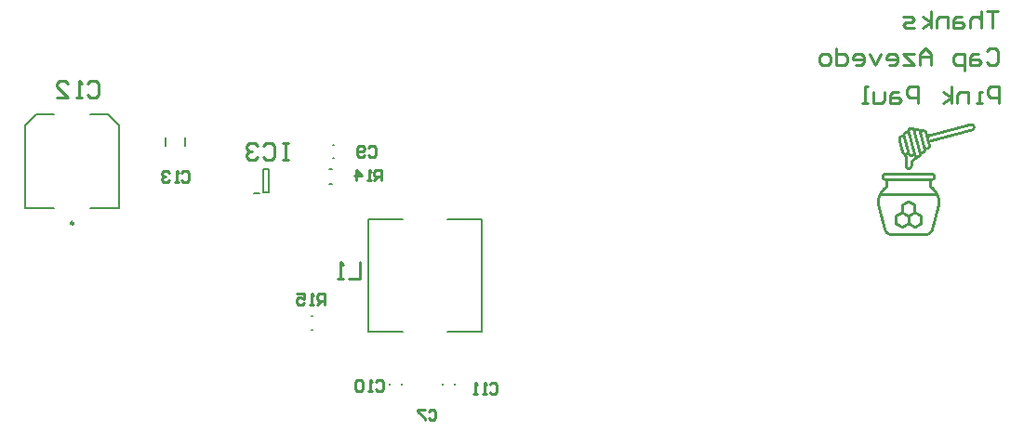
<source format=gbr>
%TF.GenerationSoftware,Altium Limited,Altium Designer,23.6.0 (18)*%
G04 Layer_Color=32896*
%FSLAX45Y45*%
%MOMM*%
%TF.SameCoordinates,CA757A27-890D-4031-9470-5F8B39CF6935*%
%TF.FilePolarity,Positive*%
%TF.FileFunction,Legend,Bot*%
%TF.Part,Single*%
G01*
G75*
%TA.AperFunction,NonConductor*%
%ADD52C,0.25000*%
%ADD53C,0.20000*%
%ADD58C,0.25400*%
G36*
X16330482Y5438774D02*
X16331136Y5438557D01*
X16332552Y5438230D01*
X16334293Y5437577D01*
X16335489Y5437250D01*
X16336360Y5437033D01*
X16337775Y5436706D01*
X16339191Y5436162D01*
X16340497Y5435291D01*
X16342564Y5434529D01*
X16343762Y5433767D01*
X16344415Y5433114D01*
X16346809Y5431808D01*
X16347681Y5430937D01*
X16348116Y5430719D01*
X16349532Y5429740D01*
X16349750Y5429304D01*
X16350511Y5428542D01*
X16350946Y5428325D01*
X16351926Y5427345D01*
X16352144Y5426910D01*
X16352905Y5426148D01*
X16353342Y5425930D01*
X16353668Y5425604D01*
X16354538Y5424080D01*
X16355627Y5422991D01*
X16356934Y5420596D01*
X16357587Y5419943D01*
X16358022Y5418855D01*
X16358566Y5417440D01*
X16358891Y5416678D01*
X16359763Y5415371D01*
X16360197Y5413848D01*
X16360744Y5411562D01*
X16361395Y5409820D01*
X16361722Y5408623D01*
X16361940Y5407099D01*
X16362158Y5406228D01*
X16362375Y5399479D01*
X16362158Y5397955D01*
X16361940Y5394690D01*
X16361722Y5394037D01*
X16361179Y5392622D01*
X16360416Y5390118D01*
X16359872Y5387833D01*
X16359544Y5387071D01*
X16358675Y5385764D01*
X16357695Y5383043D01*
X16356715Y5382063D01*
X16356499Y5381628D01*
X16355191Y5379233D01*
X16354103Y5378145D01*
X16353450Y5377056D01*
X16351707Y5375315D01*
X16351491Y5374879D01*
X16350946Y5374335D01*
X16350511Y5374117D01*
X16348769Y5372376D01*
X16348334Y5372158D01*
X16347136Y5371178D01*
X16346593Y5370634D01*
X16346156Y5370416D01*
X16343762Y5369110D01*
X16342891Y5368239D01*
X16341695Y5367913D01*
X16340605Y5367477D01*
X16339407Y5366715D01*
X16337885Y5366062D01*
X16337013Y5365844D01*
X16334727Y5365300D01*
X16331789Y5364103D01*
X16330264Y5363885D01*
X16329395Y5363668D01*
X16327652Y5363450D01*
X16324387Y5362144D01*
X16322972Y5361817D01*
X16320358Y5361382D01*
X16319489Y5361164D01*
X16317747Y5360511D01*
X16316658Y5360076D01*
X16315788Y5359858D01*
X16313174Y5359422D01*
X16312086Y5359205D01*
X16310345Y5358552D01*
X16309256Y5358116D01*
X16307515Y5357681D01*
X16304903Y5357245D01*
X16304031Y5357028D01*
X16302290Y5356375D01*
X16301202Y5355939D01*
X16300331Y5355722D01*
X16299242Y5355504D01*
X16296629Y5355068D01*
X16294235Y5354198D01*
X16293146Y5353762D01*
X16290970Y5353327D01*
X16288576Y5352892D01*
X16286833Y5352238D01*
X16284331Y5351476D01*
X16282806Y5351259D01*
X16281935Y5351041D01*
X16280629Y5350823D01*
X16279539Y5350388D01*
X16278017Y5349735D01*
X16276819Y5349408D01*
X16274207Y5348973D01*
X16273119Y5348755D01*
X16270723Y5347884D01*
X16268874Y5347340D01*
X16268002Y5347122D01*
X16266151Y5346796D01*
X16263757Y5345925D01*
X16262669Y5345489D01*
X16261798Y5345272D01*
X16260709Y5345054D01*
X16258749Y5344836D01*
X16257661Y5344619D01*
X16256790Y5344401D01*
X16254939Y5343639D01*
X16252763Y5342986D01*
X16250478Y5342659D01*
X16249606Y5342442D01*
X16247212Y5341571D01*
X16245361Y5341027D01*
X16244490Y5340809D01*
X16242422Y5340482D01*
X16241335Y5340265D01*
X16239484Y5339503D01*
X16237959Y5339067D01*
X16237090Y5338850D01*
X16235565Y5338632D01*
X16234694Y5338414D01*
X16233279Y5338088D01*
X16231429Y5337326D01*
X16229906Y5336890D01*
X16229034Y5336673D01*
X16226204Y5336237D01*
X16225549Y5336020D01*
X16224026Y5335367D01*
X16221849Y5334713D01*
X16220326Y5334496D01*
X16217822Y5333951D01*
X16215971Y5333189D01*
X16214449Y5332754D01*
X16213577Y5332536D01*
X16211510Y5332210D01*
X16209767Y5331774D01*
X16207916Y5331012D01*
X16206393Y5330577D01*
X16204869Y5330359D01*
X16203998Y5330142D01*
X16202365Y5329815D01*
X16201277Y5329380D01*
X16199863Y5328835D01*
X16198338Y5328400D01*
X16196271Y5328073D01*
X16195181Y5327856D01*
X16194310Y5327638D01*
X16193222Y5327203D01*
X16191808Y5326658D01*
X16190065Y5326223D01*
X16187997Y5325896D01*
X16186908Y5325679D01*
X16184731Y5324808D01*
X16182881Y5324264D01*
X16181357Y5324046D01*
X16178854Y5323502D01*
X16177003Y5322740D01*
X16175479Y5322304D01*
X16174608Y5322087D01*
X16172540Y5321760D01*
X16170799Y5321325D01*
X16168948Y5320563D01*
X16167424Y5320127D01*
X16165900Y5319910D01*
X16165030Y5319692D01*
X16163397Y5319366D01*
X16161220Y5318495D01*
X16160023Y5318168D01*
X16159152Y5317951D01*
X16156648Y5317406D01*
X16155777Y5317189D01*
X16153928Y5316427D01*
X16152403Y5315991D01*
X16149355Y5315556D01*
X16147940Y5315229D01*
X16145763Y5314358D01*
X16143913Y5313814D01*
X16142062Y5313487D01*
X16140974Y5313270D01*
X16139232Y5312617D01*
X16138142Y5312181D01*
X16136401Y5311746D01*
X16133572Y5311310D01*
X16132483Y5311093D01*
X16130742Y5310440D01*
X16129327Y5309895D01*
X16127911Y5309569D01*
X16126605Y5309351D01*
X16125517Y5309133D01*
X16124646Y5308916D01*
X16122797Y5308154D01*
X16121272Y5307718D01*
X16120401Y5307501D01*
X16117026Y5306956D01*
X16115285Y5306303D01*
X16113870Y5305759D01*
X16112999Y5305541D01*
X16111475Y5305324D01*
X16110603Y5305106D01*
X16108972Y5304780D01*
X16106795Y5303909D01*
X16105597Y5303582D01*
X16104726Y5303365D01*
X16103201Y5303147D01*
X16102332Y5302929D01*
X16100917Y5302603D01*
X16098740Y5301732D01*
X16097542Y5301405D01*
X16096671Y5301188D01*
X16094603Y5300861D01*
X16093515Y5300643D01*
X16091772Y5299990D01*
X16090358Y5299446D01*
X16089487Y5299228D01*
X16087964Y5299010D01*
X16085460Y5298466D01*
X16084370Y5298031D01*
X16082629Y5297378D01*
X16081760Y5297160D01*
X16079147Y5296724D01*
X16078058Y5296507D01*
X16076315Y5295854D01*
X16075227Y5295418D01*
X16073486Y5294983D01*
X16070874Y5294547D01*
X16070003Y5294330D01*
X16068262Y5293677D01*
X16066846Y5293132D01*
X16064233Y5292697D01*
X16062819Y5292370D01*
X16061948Y5292153D01*
X16060641Y5291500D01*
X16059554Y5291064D01*
X16058682Y5290847D01*
X16055743Y5290520D01*
X16054874Y5290302D01*
X16052805Y5289540D01*
X16051717Y5289105D01*
X16050519Y5288778D01*
X16047472Y5288343D01*
X16044749Y5287363D01*
X16043335Y5286819D01*
X16040723Y5286384D01*
X16039851Y5286166D01*
X16037782Y5285404D01*
X16036694Y5284969D01*
X16035825Y5284751D01*
X16034737Y5284533D01*
X16033429Y5284316D01*
X16031035Y5283880D01*
X16029292Y5283227D01*
X16028204Y5282792D01*
X16027335Y5282574D01*
X16026245Y5282356D01*
X16024939Y5282139D01*
X16023851Y5281921D01*
X16021674Y5281050D01*
X16019823Y5280506D01*
X16018951Y5280288D01*
X16016884Y5279962D01*
X16015796Y5279744D01*
X16013618Y5278873D01*
X16012421Y5278546D01*
X16011549Y5278329D01*
X16010027Y5278111D01*
X16009155Y5277893D01*
X16007741Y5277567D01*
X16006651Y5277131D01*
X16004910Y5276478D01*
X16004041Y5276261D01*
X16002734Y5276043D01*
X16000339Y5275607D01*
X15998598Y5274954D01*
X15996094Y5274192D01*
X15995222Y5273975D01*
X15992065Y5273431D01*
X15990216Y5272669D01*
X15988039Y5272015D01*
X15985971Y5271689D01*
X15984882Y5271471D01*
X15984010Y5271254D01*
X15982161Y5270492D01*
X15980637Y5270056D01*
X15979765Y5269839D01*
X15977698Y5269512D01*
X15976608Y5269294D01*
X15974432Y5268424D01*
X15972581Y5267879D01*
X15971059Y5267662D01*
X15968555Y5267117D01*
X15966377Y5266247D01*
X15965179Y5265920D01*
X15964310Y5265702D01*
X15962241Y5265376D01*
X15961153Y5265158D01*
X15959412Y5264505D01*
X15958322Y5264069D01*
X15956581Y5263634D01*
X15953969Y5263199D01*
X15953098Y5262981D01*
X15952010Y5262545D01*
X15951575Y5262110D01*
X15951357Y5261239D01*
X15951575Y5259280D01*
X15952444Y5257321D01*
X15952879Y5254273D01*
X15953098Y5253402D01*
X15953860Y5251334D01*
X15954404Y5249919D01*
X15954839Y5247306D01*
X15955167Y5245891D01*
X15955383Y5245020D01*
X15956255Y5242843D01*
X15956689Y5241102D01*
X15956908Y5239360D01*
X15957124Y5237401D01*
X15957343Y5234571D01*
X15957452Y5229890D01*
X15957234Y5229237D01*
X15956908Y5225210D01*
X15956689Y5223468D01*
X15956471Y5222597D01*
X15956036Y5221509D01*
X15955492Y5220312D01*
X15955057Y5219223D01*
X15954730Y5217808D01*
X15954295Y5216720D01*
X15953424Y5215413D01*
X15952879Y5214216D01*
X15951791Y5212257D01*
X15951357Y5211821D01*
X15951138Y5211386D01*
X15950269Y5209862D01*
X15948961Y5208556D01*
X15948744Y5208120D01*
X15947765Y5206923D01*
X15947330Y5206705D01*
X15946783Y5206161D01*
X15946567Y5205725D01*
X15945587Y5204746D01*
X15945152Y5204528D01*
X15943628Y5203004D01*
X15943192Y5202787D01*
X15941995Y5201807D01*
X15941232Y5201045D01*
X15939818Y5200501D01*
X15938622Y5199739D01*
X15937968Y5199086D01*
X15935246Y5198106D01*
X15932961Y5196909D01*
X15932091Y5196691D01*
X15930566Y5196473D01*
X15929695Y5196256D01*
X15927518Y5195603D01*
X15924905Y5194949D01*
X15921422Y5194732D01*
X15915981Y5194514D01*
X15915436Y5193970D01*
X15915218Y5193099D01*
X15914999Y5188092D01*
X15914783Y5187439D01*
X15914456Y5186241D01*
X15913693Y5184391D01*
X15913042Y5181779D01*
X15912495Y5180363D01*
X15911407Y5178622D01*
X15910538Y5176227D01*
X15909340Y5175030D01*
X15908034Y5172635D01*
X15906944Y5171546D01*
X15906728Y5171111D01*
X15905748Y5169914D01*
X15904550Y5168716D01*
X15904333Y5168281D01*
X15903571Y5167519D01*
X15903136Y5167301D01*
X15901938Y5166322D01*
X15901176Y5165560D01*
X15900742Y5165342D01*
X15898781Y5163818D01*
X15895950Y5162294D01*
X15895515Y5161859D01*
X15895081Y5161641D01*
X15893556Y5160988D01*
X15892358Y5160662D01*
X15890073Y5159464D01*
X15888548Y5159029D01*
X15887025Y5158811D01*
X15886156Y5158593D01*
X15883652Y5158049D01*
X15881039Y5157614D01*
X15877338Y5157396D01*
X15874615Y5157722D01*
X15873637Y5156960D01*
X15873419Y5156090D01*
X15873201Y5153913D01*
X15872984Y5150430D01*
X15872113Y5148253D01*
X15871460Y5146076D01*
X15871133Y5144661D01*
X15870699Y5143572D01*
X15869936Y5142375D01*
X15869283Y5140851D01*
X15868739Y5139435D01*
X15868195Y5138674D01*
X15867542Y5138020D01*
X15866235Y5135626D01*
X15865147Y5134537D01*
X15864929Y5134102D01*
X15863623Y5132796D01*
X15863405Y5132360D01*
X15860684Y5129639D01*
X15860248Y5129421D01*
X15859813Y5128986D01*
X15859377Y5128768D01*
X15858289Y5127680D01*
X15856766Y5126809D01*
X15855894Y5125938D01*
X15854807Y5125503D01*
X15852846Y5124414D01*
X15852411Y5123979D01*
X15851323Y5123543D01*
X15850452Y5123326D01*
X15849254Y5122999D01*
X15848166Y5122564D01*
X15847839Y5122237D01*
X15846751Y5121802D01*
X15845009Y5121366D01*
X15840874Y5120931D01*
X15840437Y5120496D01*
X15840002Y5120278D01*
X15839349Y5119625D01*
X15837825Y5118754D01*
X15836954Y5117883D01*
X15836519Y5117665D01*
X15836082Y5117230D01*
X15834560Y5116359D01*
X15833472Y5115271D01*
X15831947Y5114400D01*
X15830859Y5113312D01*
X15830423Y5113094D01*
X15828899Y5112005D01*
X15828246Y5111352D01*
X15827811Y5111135D01*
X15825743Y5109720D01*
X15824982Y5108958D01*
X15823457Y5108087D01*
X15822150Y5106780D01*
X15820627Y5105910D01*
X15819537Y5104821D01*
X15819102Y5104603D01*
X15817143Y5103079D01*
X15815620Y5102209D01*
X15814313Y5100902D01*
X15813878Y5100685D01*
X15812354Y5099596D01*
X15811482Y5098726D01*
X15809525Y5097637D01*
X15808435Y5096549D01*
X15808000Y5096331D01*
X15806802Y5095351D01*
X15805605Y5094154D01*
X15805170Y5093936D01*
X15804626Y5093392D01*
X15804408Y5092957D01*
X15802449Y5090997D01*
X15801796Y5089909D01*
X15800816Y5088711D01*
X15800488Y5088385D01*
X15799184Y5085990D01*
X15798531Y5085337D01*
X15798096Y5084248D01*
X15797878Y5083378D01*
X15797006Y5081854D01*
X15796135Y5079894D01*
X15795592Y5077391D01*
X15794939Y5075649D01*
X15794612Y5074452D01*
X15794394Y5073581D01*
X15794176Y5072057D01*
X15793958Y5069227D01*
X15793741Y5045062D01*
X15793523Y5044409D01*
X15793196Y5042559D01*
X15792761Y5041470D01*
X15791998Y5038967D01*
X15791455Y5036681D01*
X15791129Y5035919D01*
X15790257Y5034612D01*
X15789822Y5033524D01*
X15789604Y5032653D01*
X15788951Y5031565D01*
X15788080Y5030694D01*
X15786774Y5028299D01*
X15786121Y5027646D01*
X15785902Y5027211D01*
X15784380Y5025252D01*
X15783292Y5024163D01*
X15783073Y5023728D01*
X15782747Y5023401D01*
X15782310Y5023183D01*
X15780351Y5021224D01*
X15779263Y5020571D01*
X15778065Y5019591D01*
X15777740Y5019265D01*
X15775345Y5017958D01*
X15774692Y5017305D01*
X15773602Y5016870D01*
X15771861Y5016217D01*
X15770555Y5015346D01*
X15769031Y5014911D01*
X15767290Y5014475D01*
X15766093Y5014149D01*
X15765004Y5013713D01*
X15763155Y5013169D01*
X15761630Y5012951D01*
X15758800Y5012734D01*
X15750092Y5012951D01*
X15749438Y5013169D01*
X15748241Y5013496D01*
X15747153Y5013931D01*
X15745302Y5014475D01*
X15742799Y5015019D01*
X15742036Y5015346D01*
X15740730Y5016217D01*
X15739642Y5016652D01*
X15738226Y5017196D01*
X15737465Y5017741D01*
X15736812Y5018394D01*
X15733981Y5019918D01*
X15733112Y5020789D01*
X15732675Y5021006D01*
X15731477Y5021986D01*
X15730281Y5023183D01*
X15729845Y5023401D01*
X15729301Y5023945D01*
X15729083Y5024381D01*
X15727124Y5026340D01*
X15726471Y5027429D01*
X15725600Y5028299D01*
X15725383Y5028735D01*
X15724294Y5030694D01*
X15723314Y5031891D01*
X15722226Y5034721D01*
X15721899Y5035048D01*
X15721683Y5035483D01*
X15720811Y5037443D01*
X15720483Y5039293D01*
X15720267Y5040164D01*
X15719505Y5042015D01*
X15719069Y5043756D01*
X15718851Y5046586D01*
X15718634Y5048763D01*
X15718416Y5133013D01*
X15718198Y5133667D01*
X15716891Y5136497D01*
X15716673Y5137367D01*
X15716130Y5138782D01*
X15715585Y5139544D01*
X15715150Y5139980D01*
X15714932Y5140415D01*
X15714062Y5141939D01*
X15712538Y5143463D01*
X15712320Y5143899D01*
X15711559Y5144661D01*
X15711124Y5144878D01*
X15709599Y5146402D01*
X15708511Y5147055D01*
X15707858Y5147708D01*
X15707422Y5147926D01*
X15705463Y5149014D01*
X15704375Y5150103D01*
X15703938Y5150321D01*
X15702415Y5151191D01*
X15702087Y5151518D01*
X15701871Y5151953D01*
X15701326Y5152498D01*
X15700891Y5152715D01*
X15699911Y5153477D01*
X15699693Y5153913D01*
X15698714Y5154892D01*
X15698279Y5155110D01*
X15697408Y5156416D01*
X15695993Y5157831D01*
X15694904Y5159791D01*
X15694034Y5160662D01*
X15693163Y5162839D01*
X15691856Y5164798D01*
X15691422Y5166322D01*
X15691095Y5167519D01*
X15690115Y5169369D01*
X15689680Y5170893D01*
X15689462Y5171764D01*
X15689136Y5173832D01*
X15688918Y5174703D01*
X15688264Y5176445D01*
X15687830Y5177533D01*
X15687611Y5178404D01*
X15687177Y5181017D01*
X15686958Y5182105D01*
X15686305Y5183847D01*
X15685870Y5184935D01*
X15685434Y5186677D01*
X15684999Y5189289D01*
X15684781Y5190160D01*
X15684128Y5191901D01*
X15683693Y5192990D01*
X15683475Y5193861D01*
X15683257Y5194949D01*
X15682822Y5197344D01*
X15682603Y5198215D01*
X15681950Y5199957D01*
X15681407Y5201372D01*
X15681081Y5203222D01*
X15680646Y5205617D01*
X15679993Y5207358D01*
X15679230Y5209862D01*
X15679012Y5210733D01*
X15678687Y5213019D01*
X15677815Y5215413D01*
X15677271Y5216828D01*
X15677052Y5218352D01*
X15676836Y5219223D01*
X15676509Y5221073D01*
X15675638Y5223468D01*
X15675311Y5224448D01*
X15674876Y5226189D01*
X15674548Y5228258D01*
X15674332Y5229128D01*
X15673679Y5230870D01*
X15673244Y5231959D01*
X15673026Y5232829D01*
X15672807Y5233918D01*
X15672372Y5236530D01*
X15671503Y5238925D01*
X15670740Y5241428D01*
X15670413Y5243714D01*
X15670195Y5244585D01*
X15669542Y5246327D01*
X15669107Y5247415D01*
X15668671Y5249157D01*
X15668236Y5251769D01*
X15668018Y5252858D01*
X15667256Y5254708D01*
X15666821Y5255797D01*
X15666495Y5257647D01*
X15666058Y5260042D01*
X15665189Y5262437D01*
X15664644Y5264287D01*
X15664426Y5265158D01*
X15664101Y5267226D01*
X15663882Y5268097D01*
X15663229Y5269839D01*
X15662466Y5272342D01*
X15662250Y5273866D01*
X15661705Y5276152D01*
X15661052Y5277893D01*
X15660509Y5279744D01*
X15660291Y5280615D01*
X15659962Y5282683D01*
X15659746Y5283771D01*
X15659419Y5284969D01*
X15658875Y5286384D01*
X15658656Y5287255D01*
X15658440Y5288561D01*
X15658113Y5294983D01*
X15658331Y5295636D01*
X15658548Y5299555D01*
X15658766Y5300208D01*
X15658984Y5301079D01*
X15659746Y5303147D01*
X15660399Y5306412D01*
X15660834Y5307501D01*
X15661160Y5307827D01*
X15661378Y5308263D01*
X15662250Y5310222D01*
X15662466Y5311093D01*
X15663448Y5312290D01*
X15664426Y5313923D01*
X15664644Y5314794D01*
X15666385Y5316535D01*
X15667039Y5317624D01*
X15668562Y5319148D01*
X15668781Y5319583D01*
X15669107Y5319910D01*
X15669542Y5320127D01*
X15671503Y5322087D01*
X15671938Y5322304D01*
X15673460Y5323828D01*
X15675420Y5324917D01*
X15676073Y5325570D01*
X15676509Y5325788D01*
X15678033Y5326441D01*
X15679556Y5327311D01*
X15679993Y5327747D01*
X15681516Y5328182D01*
X15682385Y5328400D01*
X15683801Y5328944D01*
X15686087Y5329924D01*
X15687611Y5330142D01*
X15688483Y5330359D01*
X15692509Y5330686D01*
X15697408Y5330795D01*
X15698061Y5330577D01*
X15699367Y5330795D01*
X15700130Y5331557D01*
X15700565Y5334169D01*
X15700891Y5336673D01*
X15701218Y5337870D01*
X15701653Y5339394D01*
X15701871Y5340918D01*
X15702087Y5341789D01*
X15702306Y5343095D01*
X15703612Y5345272D01*
X15704048Y5346796D01*
X15704591Y5348211D01*
X15705354Y5348973D01*
X15705573Y5349408D01*
X15706879Y5351803D01*
X15707748Y5352674D01*
X15707967Y5353109D01*
X15709164Y5354960D01*
X15709599Y5355177D01*
X15710143Y5355722D01*
X15710361Y5356157D01*
X15710797Y5356592D01*
X15711014Y5357028D01*
X15711777Y5357572D01*
X15713518Y5359314D01*
X15713953Y5359531D01*
X15715150Y5360511D01*
X15715695Y5361055D01*
X15716130Y5361273D01*
X15718089Y5362361D01*
X15718961Y5363232D01*
X15720049Y5363668D01*
X15722444Y5364974D01*
X15723969Y5365627D01*
X15725383Y5365953D01*
X15726471Y5366171D01*
X15729192Y5367368D01*
X15730063Y5367586D01*
X15732240Y5367804D01*
X15733765Y5368022D01*
X15738226Y5368130D01*
X15740948Y5368022D01*
X15742036Y5368675D01*
X15742363Y5369001D01*
X15742581Y5370525D01*
X15742799Y5373573D01*
X15743016Y5374226D01*
X15743452Y5375968D01*
X15743887Y5379015D01*
X15744540Y5380757D01*
X15745412Y5382063D01*
X15745628Y5382934D01*
X15745847Y5383587D01*
X15746173Y5384785D01*
X15747044Y5386091D01*
X15747588Y5386635D01*
X15748022Y5387724D01*
X15748241Y5388159D01*
X15749220Y5389356D01*
X15749547Y5389683D01*
X15749765Y5390118D01*
X15750853Y5391642D01*
X15751724Y5392513D01*
X15751942Y5392948D01*
X15752596Y5393601D01*
X15752814Y5394037D01*
X15753575Y5394799D01*
X15754010Y5395017D01*
X15755753Y5396758D01*
X15756187Y5396976D01*
X15758147Y5398500D01*
X15758800Y5399153D01*
X15760216Y5399697D01*
X15760977Y5400241D01*
X15761630Y5400894D01*
X15762718Y5401330D01*
X15764786Y5402092D01*
X15765112Y5402418D01*
X15765549Y5402636D01*
X15767072Y5403289D01*
X15769576Y5403833D01*
X15771426Y5404378D01*
X15772951Y5404813D01*
X15773820Y5405031D01*
X15776869Y5405466D01*
X15785141Y5405249D01*
X15785794Y5405031D01*
X15788080Y5404487D01*
X15789169Y5404051D01*
X15790366Y5403725D01*
X15791237Y5403507D01*
X15792870Y5403180D01*
X15793958Y5402745D01*
X15794720Y5402201D01*
X15796680Y5401330D01*
X15798096Y5400785D01*
X15798857Y5400024D01*
X15799292Y5399806D01*
X15801251Y5398717D01*
X15802341Y5397629D01*
X15802776Y5397411D01*
X15804298Y5396323D01*
X15804626Y5395996D01*
X15804843Y5395561D01*
X15805170Y5395234D01*
X15805605Y5395017D01*
X15806586Y5394037D01*
X15806802Y5393601D01*
X15807347Y5393057D01*
X15807782Y5392840D01*
X15808327Y5392295D01*
X15808543Y5391860D01*
X15809525Y5390663D01*
X15810068Y5390118D01*
X15810286Y5389683D01*
X15811375Y5387724D01*
X15811700Y5387397D01*
X15812682Y5387288D01*
X15813551Y5387506D01*
X15814096Y5388050D01*
X15814531Y5388268D01*
X15816927Y5389574D01*
X15817361Y5390009D01*
X15817796Y5390227D01*
X15819321Y5390880D01*
X15820190Y5391098D01*
X15823457Y5392622D01*
X15824329Y5392840D01*
X15827376Y5393275D01*
X15828246Y5393493D01*
X15829662Y5393819D01*
X15830968Y5394037D01*
X15832927Y5394255D01*
X15836082Y5394363D01*
X15836737Y5394146D01*
X15839784Y5393928D01*
X15840437Y5393710D01*
X15841309Y5393493D01*
X15842831Y5393275D01*
X15843703Y5393057D01*
X15845770Y5392731D01*
X15846860Y5392295D01*
X15849364Y5391098D01*
X15850562Y5390771D01*
X15851649Y5390336D01*
X15852193Y5389792D01*
X15852629Y5389574D01*
X15855460Y5388050D01*
X15856329Y5387179D01*
X15856766Y5386962D01*
X15858289Y5385873D01*
X15859377Y5384785D01*
X15859813Y5384567D01*
X15862970Y5381410D01*
X15863187Y5380975D01*
X15864711Y5379451D01*
X15865800Y5377492D01*
X15866997Y5376294D01*
X15868303Y5376077D01*
X15869392Y5376730D01*
X15870699Y5378036D01*
X15873419Y5379015D01*
X15874181Y5379777D01*
X15875270Y5380213D01*
X15876140Y5380430D01*
X15877554Y5380757D01*
X15879950Y5381846D01*
X15881693Y5382281D01*
X15884631Y5382607D01*
X15888766Y5382825D01*
X15896169Y5382607D01*
X15896822Y5382390D01*
X15898564Y5382172D01*
X15899652Y5381737D01*
X15901176Y5381084D01*
X15902699Y5380648D01*
X15904442Y5380213D01*
X15905965Y5379342D01*
X15906401Y5378907D01*
X15907489Y5378471D01*
X15908904Y5377927D01*
X15909448Y5377383D01*
X15909885Y5377165D01*
X15910320Y5376730D01*
X15910754Y5376512D01*
X15912279Y5375641D01*
X15913585Y5374335D01*
X15914674Y5373682D01*
X15915218Y5373138D01*
X15915436Y5372702D01*
X15915981Y5372158D01*
X15916415Y5371940D01*
X15917177Y5371178D01*
X15917395Y5370743D01*
X15919136Y5369001D01*
X15920116Y5367368D01*
X15920444Y5367260D01*
X15920660Y5366824D01*
X15921095Y5366389D01*
X15921532Y5365300D01*
X15922185Y5364212D01*
X15922620Y5363776D01*
X15922836Y5363341D01*
X15923489Y5361817D01*
X15924036Y5360402D01*
X15925232Y5358116D01*
X15925450Y5357245D01*
X15925667Y5355722D01*
X15926103Y5354198D01*
X15926756Y5352674D01*
X15927409Y5350497D01*
X15927628Y5348973D01*
X15927844Y5348102D01*
X15928171Y5346469D01*
X15928606Y5345381D01*
X15929150Y5343966D01*
X15929585Y5342442D01*
X15929913Y5340374D01*
X15930130Y5339285D01*
X15930348Y5338414D01*
X15931110Y5336782D01*
X15932091Y5335367D01*
X15932961Y5335149D01*
X15933830Y5335367D01*
X15936226Y5336455D01*
X15938728Y5336782D01*
X15939818Y5336999D01*
X15941995Y5337870D01*
X15943192Y5338197D01*
X15944934Y5338632D01*
X15947002Y5338959D01*
X15947873Y5339176D01*
X15950050Y5340047D01*
X15951247Y5340374D01*
X15952118Y5340591D01*
X15953642Y5340809D01*
X15955928Y5341353D01*
X15957016Y5341789D01*
X15958430Y5342333D01*
X15959302Y5342551D01*
X15960826Y5342768D01*
X15961697Y5342986D01*
X15963330Y5343313D01*
X15965071Y5343966D01*
X15966486Y5344510D01*
X15969099Y5344945D01*
X15971602Y5345489D01*
X15973453Y5346251D01*
X15974977Y5346687D01*
X15975847Y5346905D01*
X15977371Y5347122D01*
X15978242Y5347340D01*
X15979439Y5347666D01*
X15980528Y5348102D01*
X15981943Y5348646D01*
X15984557Y5349082D01*
X15985426Y5349299D01*
X15986841Y5349626D01*
X15988583Y5350279D01*
X15989998Y5350823D01*
X15991522Y5351041D01*
X15992393Y5351259D01*
X15994243Y5351585D01*
X15995985Y5352238D01*
X15997073Y5352674D01*
X15998814Y5353109D01*
X16001427Y5353545D01*
X16002298Y5353762D01*
X16004041Y5354415D01*
X16005128Y5354851D01*
X16006000Y5355068D01*
X16007088Y5355286D01*
X16009700Y5355722D01*
X16011443Y5356375D01*
X16012531Y5356810D01*
X16014272Y5357245D01*
X16015359Y5357463D01*
X16017755Y5357899D01*
X16019498Y5358552D01*
X16020586Y5358987D01*
X16022327Y5359422D01*
X16025157Y5359858D01*
X16027551Y5360729D01*
X16028966Y5361273D01*
X16031580Y5361708D01*
X16033865Y5362252D01*
X16036041Y5363123D01*
X16037239Y5363450D01*
X16038763Y5363668D01*
X16039635Y5363885D01*
X16041267Y5364212D01*
X16043008Y5364865D01*
X16044096Y5365300D01*
X16044968Y5365518D01*
X16046056Y5365736D01*
X16048668Y5366171D01*
X16051064Y5367042D01*
X16052043Y5367368D01*
X16053786Y5367804D01*
X16055635Y5368130D01*
X16056723Y5368348D01*
X16059119Y5369219D01*
X16060098Y5369546D01*
X16060970Y5369763D01*
X16062492Y5369981D01*
X16063364Y5370199D01*
X16064778Y5370525D01*
X16066521Y5371178D01*
X16069023Y5371940D01*
X16072180Y5372485D01*
X16073923Y5373138D01*
X16076425Y5373900D01*
X16077296Y5374117D01*
X16079364Y5374444D01*
X16080235Y5374662D01*
X16081976Y5375315D01*
X16083064Y5375750D01*
X16083936Y5375968D01*
X16085023Y5376185D01*
X16087637Y5376621D01*
X16088509Y5376838D01*
X16090358Y5377600D01*
X16091882Y5378036D01*
X16092754Y5378254D01*
X16094821Y5378580D01*
X16096564Y5379015D01*
X16097760Y5379560D01*
X16099937Y5380213D01*
X16101460Y5380430D01*
X16102332Y5380648D01*
X16103638Y5380866D01*
X16105815Y5381737D01*
X16107993Y5382390D01*
X16110060Y5382716D01*
X16111150Y5382934D01*
X16113544Y5383805D01*
X16115395Y5384349D01*
X16116264Y5384567D01*
X16118333Y5384893D01*
X16119421Y5385111D01*
X16120509Y5385547D01*
X16121925Y5386091D01*
X16123450Y5386526D01*
X16125517Y5386853D01*
X16126605Y5387071D01*
X16127477Y5387288D01*
X16128564Y5387724D01*
X16129980Y5388268D01*
X16131721Y5388703D01*
X16133789Y5389030D01*
X16134660Y5389248D01*
X16137054Y5390118D01*
X16138905Y5390663D01*
X16140430Y5390880D01*
X16141299Y5391098D01*
X16142934Y5391425D01*
X16144783Y5392186D01*
X16146307Y5392622D01*
X16147179Y5392840D01*
X16148701Y5393057D01*
X16149789Y5393275D01*
X16150008D01*
X16150661Y5393493D01*
X16152838Y5394363D01*
X16154362Y5394799D01*
X16155232Y5395017D01*
X16158389Y5395561D01*
X16160567Y5396432D01*
X16162418Y5396976D01*
X16164485Y5397302D01*
X16165791Y5397520D01*
X16167532Y5398173D01*
X16168948Y5398717D01*
X16170689Y5399153D01*
X16172758Y5399479D01*
X16173846Y5399697D01*
X16176024Y5400568D01*
X16177875Y5401112D01*
X16179398Y5401330D01*
X16181902Y5401874D01*
X16184077Y5402745D01*
X16185275Y5403071D01*
X16186147Y5403289D01*
X16187669Y5403507D01*
X16189957Y5404051D01*
X16191045Y5404487D01*
X16192461Y5405031D01*
X16194202Y5405466D01*
X16196487Y5405793D01*
X16197359Y5406011D01*
X16199535Y5406881D01*
X16200732Y5407208D01*
X16201604Y5407426D01*
X16203127Y5407643D01*
X16203998Y5407861D01*
X16205304Y5408079D01*
X16206828Y5408732D01*
X16207916Y5409167D01*
X16209657Y5409603D01*
X16211726Y5409929D01*
X16212814Y5410147D01*
X16214992Y5411018D01*
X16216843Y5411562D01*
X16218365Y5411779D01*
X16219237Y5411997D01*
X16220869Y5412324D01*
X16223047Y5413195D01*
X16224245Y5413521D01*
X16225114Y5413739D01*
X16227184Y5414065D01*
X16228271Y5414283D01*
X16230013Y5414936D01*
X16231429Y5415480D01*
X16232298Y5415698D01*
X16235347Y5416133D01*
X16236218Y5416351D01*
X16237415Y5416678D01*
X16239265Y5417440D01*
X16240788Y5417875D01*
X16242313Y5418093D01*
X16244055Y5418528D01*
X16245470Y5419072D01*
X16246559Y5419508D01*
X16247755Y5419834D01*
X16248627Y5420052D01*
X16250694Y5420379D01*
X16251784Y5420596D01*
X16253525Y5421250D01*
X16254939Y5421794D01*
X16256355Y5422120D01*
X16258096Y5422338D01*
X16260165Y5422665D01*
X16263431Y5423971D01*
X16264845Y5424297D01*
X16266151Y5424515D01*
X16267239Y5424733D01*
X16268982Y5425386D01*
X16270396Y5425930D01*
X16271268Y5426148D01*
X16272791Y5426366D01*
X16273662Y5426583D01*
X16275294Y5426910D01*
X16277037Y5427563D01*
X16278452Y5428107D01*
X16281064Y5428542D01*
X16281935Y5428760D01*
X16283241Y5428978D01*
X16284331Y5429413D01*
X16285854Y5430066D01*
X16287051Y5430393D01*
X16289664Y5430828D01*
X16290752Y5431046D01*
X16292493Y5431699D01*
X16293582Y5432134D01*
X16295325Y5432570D01*
X16297935Y5433005D01*
X16298807Y5433223D01*
X16300548Y5433876D01*
X16301637Y5434311D01*
X16302509Y5434529D01*
X16305119Y5434965D01*
X16306209Y5435182D01*
X16307950Y5435835D01*
X16309039Y5436271D01*
X16310236Y5436597D01*
X16311760Y5436815D01*
X16312631Y5437033D01*
X16314264Y5437359D01*
X16317419Y5438339D01*
X16318291Y5438557D01*
X16319815Y5438774D01*
X16324603Y5438992D01*
X16330482Y5438774D01*
D02*
G37*
G36*
X15971712Y4987263D02*
X15972363Y4987045D01*
X15973563Y4986718D01*
X15975412Y4985956D01*
X15976283Y4985739D01*
X15978786Y4985194D01*
X15980528Y4984106D01*
X15983357Y4983017D01*
X15983685Y4982691D01*
X15984120Y4982473D01*
X15984773Y4981820D01*
X15987167Y4980514D01*
X15988039Y4979643D01*
X15988474Y4979425D01*
X15990108Y4978228D01*
X15990324Y4977793D01*
X15990869Y4977248D01*
X15991304Y4977031D01*
X15992502Y4975833D01*
X15992719Y4975398D01*
X15993481Y4974636D01*
X15993916Y4974418D01*
X15995114Y4972568D01*
X15995767Y4971915D01*
X15995985Y4971479D01*
X15996420Y4971044D01*
X15996964Y4969629D01*
X15997292Y4969302D01*
X15997508Y4968867D01*
X15998380Y4967996D01*
X15998814Y4966472D01*
X15999359Y4965057D01*
X15999686Y4964730D01*
X15999902Y4964295D01*
X16000557Y4962771D01*
X16000774Y4961900D01*
X16001102Y4960268D01*
X16001318Y4959397D01*
X16002081Y4956893D01*
X16002516Y4955152D01*
X16002734Y4951015D01*
X16002516Y4944702D01*
X16002298Y4944049D01*
X16001971Y4942852D01*
X16001755Y4941981D01*
X16001427Y4941001D01*
X16000992Y4939477D01*
X16000774Y4937953D01*
X16000230Y4936538D01*
X15999249Y4934906D01*
X15998271Y4932184D01*
X15997945Y4931858D01*
X15997726Y4931422D01*
X15997073Y4930769D01*
X15995767Y4928374D01*
X15994896Y4927504D01*
X15994025Y4925980D01*
X15992284Y4924238D01*
X15992065Y4923803D01*
X15991304Y4923041D01*
X15990869Y4922823D01*
X15989127Y4921082D01*
X15988692Y4920864D01*
X15987167Y4919775D01*
X15986514Y4919122D01*
X15986079Y4918905D01*
X15984120Y4917816D01*
X15983467Y4917163D01*
X15981943Y4916510D01*
X15981071Y4916292D01*
X15979112Y4915204D01*
X15977589Y4914550D01*
X15975739Y4914224D01*
X15974651Y4914006D01*
X15973563Y4913571D01*
X15972363Y4913244D01*
X15970406Y4912809D01*
X15969643Y4912265D01*
X15969208Y4910741D01*
X15969318Y4907802D01*
X15969208Y4868942D01*
X15969424Y4868289D01*
X15969208Y4866112D01*
X15969424Y4864806D01*
X15971712Y4862520D01*
X15972147Y4862302D01*
X15973669Y4861214D01*
X15974106Y4860561D01*
X15974541Y4860343D01*
X15976501Y4858819D01*
X15977155Y4858166D01*
X15978677Y4857295D01*
X15979984Y4855989D01*
X15980418Y4855771D01*
X15981616Y4854792D01*
X15982814Y4853594D01*
X15983249Y4853377D01*
X15984010Y4852615D01*
X15984229Y4852179D01*
X15984991Y4851635D01*
X15986188Y4850655D01*
X15986406Y4850220D01*
X15986732Y4849893D01*
X15987167Y4849676D01*
X15987604Y4849240D01*
X15988039Y4849023D01*
X15989127Y4847716D01*
X15990324Y4846737D01*
X15990543Y4846301D01*
X15991304Y4845539D01*
X15991740Y4845322D01*
X15992284Y4844777D01*
X15992502Y4844342D01*
X15994679Y4842165D01*
X15994896Y4841729D01*
X15995441Y4841185D01*
X15995876Y4840968D01*
X15996420Y4840423D01*
X15996638Y4839988D01*
X15998814Y4837811D01*
X15999033Y4837376D01*
X16000557Y4835852D01*
X16000774Y4835416D01*
X16001755Y4834219D01*
X16002516Y4833457D01*
X16002734Y4833022D01*
X16004259Y4831062D01*
X16004910Y4830409D01*
X16005128Y4829974D01*
X16006108Y4828776D01*
X16006870Y4828014D01*
X16007088Y4827579D01*
X16008067Y4826382D01*
X16008829Y4825620D01*
X16009918Y4823660D01*
X16010353Y4823225D01*
X16010571Y4822790D01*
X16011006Y4822354D01*
X16012096Y4820395D01*
X16012749Y4819959D01*
X16012965Y4819524D01*
X16014053Y4817565D01*
X16014925Y4816694D01*
X16015141Y4816259D01*
X16016231Y4814299D01*
X16017102Y4813429D01*
X16017645Y4812013D01*
X16017973Y4811251D01*
X16018951Y4810054D01*
X16019279Y4809727D01*
X16020041Y4807659D01*
X16020367Y4807333D01*
X16020586Y4806897D01*
X16021239Y4806244D01*
X16021890Y4804720D01*
X16022762Y4803196D01*
X16023196Y4802761D01*
X16023633Y4801673D01*
X16024396Y4799604D01*
X16024721Y4799278D01*
X16024939Y4798843D01*
X16025374Y4798407D01*
X16026463Y4795359D01*
X16027551Y4793835D01*
X16027988Y4792747D01*
X16028313Y4791549D01*
X16028641Y4790787D01*
X16029076Y4790352D01*
X16029292Y4789917D01*
X16029945Y4788393D01*
X16030380Y4786434D01*
X16031252Y4784910D01*
X16031905Y4783386D01*
X16032341Y4781644D01*
X16032886Y4780229D01*
X16033212Y4779903D01*
X16033429Y4779467D01*
X16034082Y4777943D01*
X16034409Y4776093D01*
X16034627Y4775004D01*
X16035062Y4773916D01*
X16036041Y4771630D01*
X16036804Y4768255D01*
X16037239Y4767167D01*
X16037782Y4765970D01*
X16038219Y4764228D01*
X16038763Y4760636D01*
X16038982Y4759765D01*
X16039851Y4757370D01*
X16040286Y4755629D01*
X16040723Y4752146D01*
X16041158Y4749533D01*
X16041376Y4748662D01*
X16041592Y4747574D01*
X16041920Y4746377D01*
X16042245Y4744526D01*
X16042464Y4742785D01*
X16042682Y4740390D01*
X16042899Y4737342D01*
X16043117Y4734730D01*
X16043335Y4732553D01*
X16043988Y4727328D01*
X16044206Y4715136D01*
X16044315Y4712415D01*
X16044096Y4711762D01*
X16043770Y4707517D01*
X16043552Y4705340D01*
X16043335Y4703381D01*
X16042899Y4698156D01*
X16042682Y4696197D01*
X16042464Y4693366D01*
X16042245Y4691625D01*
X16041811Y4689012D01*
X16041592Y4688141D01*
X16041376Y4687053D01*
X16041158Y4686182D01*
X16040723Y4684005D01*
X16040286Y4680522D01*
X16039851Y4678780D01*
X16038872Y4675624D01*
X16038654Y4674753D01*
X16038437Y4672576D01*
X16038219Y4671705D01*
X16037892Y4670072D01*
X16037131Y4668222D01*
X16036694Y4666698D01*
X16036478Y4665827D01*
X16036151Y4663759D01*
X16035715Y4662017D01*
X16034953Y4660167D01*
X16034518Y4658643D01*
X16034300Y4657119D01*
X16034082Y4656248D01*
X16033755Y4654616D01*
X16033102Y4652874D01*
X16032558Y4651459D01*
X16032123Y4648846D01*
X16031580Y4646561D01*
X16030927Y4644819D01*
X16030598Y4643839D01*
X16030164Y4642098D01*
X16029837Y4640030D01*
X16029402Y4638288D01*
X16028641Y4636438D01*
X16028204Y4634914D01*
X16027988Y4633390D01*
X16027443Y4630886D01*
X16026572Y4628709D01*
X16026245Y4627512D01*
X16026028Y4626641D01*
X16025484Y4623484D01*
X16024831Y4621743D01*
X16024286Y4620328D01*
X16023959Y4618913D01*
X16023524Y4616082D01*
X16022653Y4613688D01*
X16022108Y4611837D01*
X16021890Y4610967D01*
X16021674Y4609443D01*
X16021455Y4608572D01*
X16021129Y4607157D01*
X16020367Y4605306D01*
X16019933Y4603783D01*
X16019714Y4602259D01*
X16019498Y4601388D01*
X16019170Y4599755D01*
X16018298Y4597578D01*
X16017755Y4595727D01*
X16017210Y4592353D01*
X16015904Y4588870D01*
X16015688Y4587999D01*
X16015251Y4585169D01*
X16015034Y4584298D01*
X16014163Y4581903D01*
X16013618Y4580053D01*
X16013400Y4579182D01*
X16013074Y4576896D01*
X16012857Y4576026D01*
X16011986Y4573849D01*
X16011659Y4572651D01*
X16011443Y4571780D01*
X16011224Y4570257D01*
X16010896Y4568842D01*
X16010680Y4567971D01*
X16009808Y4565794D01*
X16009482Y4564596D01*
X16009265Y4563072D01*
X16009047Y4562201D01*
X16008720Y4560569D01*
X16008067Y4558827D01*
X16007741Y4557848D01*
X16007304Y4556324D01*
X16007088Y4554800D01*
X16006543Y4552296D01*
X16005782Y4550446D01*
X16005347Y4548922D01*
X16005128Y4548051D01*
X16004802Y4545983D01*
X16004584Y4544894D01*
X16003712Y4542717D01*
X16003387Y4541520D01*
X16002951Y4539778D01*
X16002625Y4537710D01*
X16002406Y4536839D01*
X16001537Y4534663D01*
X16001210Y4533465D01*
X16000992Y4532594D01*
X16000665Y4530526D01*
X16000449Y4529437D01*
X15999796Y4527696D01*
X15999033Y4525192D01*
X15998814Y4524322D01*
X15998271Y4521165D01*
X15997400Y4518988D01*
X15996855Y4517138D01*
X15996529Y4515069D01*
X15996310Y4513981D01*
X15996094Y4513110D01*
X15995222Y4510933D01*
X15994896Y4509736D01*
X15994679Y4508865D01*
X15994353Y4506797D01*
X15994135Y4505708D01*
X15993481Y4503967D01*
X15993047Y4502878D01*
X15992828Y4502007D01*
X15992610Y4500919D01*
X15992393Y4499613D01*
X15992175Y4498524D01*
X15991957Y4497653D01*
X15991304Y4495912D01*
X15990543Y4493408D01*
X15989998Y4490034D01*
X15989345Y4488292D01*
X15988802Y4486877D01*
X15988365Y4485135D01*
X15988039Y4482850D01*
X15987820Y4481979D01*
X15986951Y4479802D01*
X15986624Y4478604D01*
X15986406Y4477733D01*
X15986188Y4476210D01*
X15985971Y4475339D01*
X15985645Y4473924D01*
X15985210Y4472835D01*
X15984447Y4470332D01*
X15984229Y4469461D01*
X15983685Y4466957D01*
X15983249Y4465869D01*
X15982269Y4463583D01*
X15981943Y4462168D01*
X15981725Y4461297D01*
X15981400Y4460535D01*
X15980310Y4459011D01*
X15979984Y4457596D01*
X15979765Y4456725D01*
X15978677Y4454984D01*
X15978351Y4454657D01*
X15977916Y4453569D01*
X15977589Y4452371D01*
X15975957Y4450086D01*
X15975520Y4448997D01*
X15975304Y4448562D01*
X15974324Y4447364D01*
X15973997Y4447038D01*
X15973563Y4445949D01*
X15973344Y4445514D01*
X15972363Y4444316D01*
X15971820Y4443772D01*
X15970949Y4442248D01*
X15969643Y4440942D01*
X15968990Y4439854D01*
X15967683Y4438547D01*
X15967467Y4438112D01*
X15967030Y4437677D01*
X15966814Y4437241D01*
X15964854Y4435282D01*
X15964636Y4434847D01*
X15963873Y4434085D01*
X15963438Y4433867D01*
X15962675Y4433105D01*
X15962459Y4432670D01*
X15961914Y4432125D01*
X15961479Y4431908D01*
X15960826Y4431255D01*
X15960391Y4431037D01*
X15959084Y4429731D01*
X15958649Y4429513D01*
X15958214Y4429078D01*
X15957777Y4428860D01*
X15956471Y4427554D01*
X15955383Y4426900D01*
X15954295Y4425812D01*
X15952336Y4424723D01*
X15951465Y4423853D01*
X15948634Y4422329D01*
X15947981Y4421676D01*
X15946893Y4421240D01*
X15944934Y4420152D01*
X15944498Y4419716D01*
X15943410Y4419281D01*
X15942213Y4418954D01*
X15940471Y4417866D01*
X15940144Y4417539D01*
X15938403Y4417104D01*
X15936336Y4416342D01*
X15934483Y4415362D01*
X15932742Y4414927D01*
X15931110Y4414600D01*
X15930022Y4414165D01*
X15928824Y4413621D01*
X15927299Y4413185D01*
X15926430Y4412968D01*
X15923708Y4412641D01*
X15921532Y4412206D01*
X15920334Y4411879D01*
X15919463Y4411661D01*
X15917940Y4411444D01*
X15917068Y4411226D01*
X15913585Y4411008D01*
X15910754Y4410791D01*
X15596178Y4411008D01*
X15595525Y4411226D01*
X15593237Y4411553D01*
X15592149Y4411770D01*
X15590408Y4412206D01*
X15588231Y4412641D01*
X15584094Y4413294D01*
X15583006Y4413730D01*
X15581808Y4414274D01*
X15580286Y4414709D01*
X15579414Y4414927D01*
X15577782Y4415253D01*
X15576694Y4415689D01*
X15576366Y4416015D01*
X15575931Y4416233D01*
X15574406Y4416886D01*
X15572992Y4417213D01*
X15571902Y4417648D01*
X15571141Y4418192D01*
X15570706Y4418628D01*
X15568529Y4419281D01*
X15567004Y4420152D01*
X15566351Y4420805D01*
X15564937Y4421349D01*
X15564175Y4421676D01*
X15563741Y4422111D01*
X15563304Y4422329D01*
X15562651Y4422982D01*
X15561237Y4423526D01*
X15560147Y4424179D01*
X15559930Y4424614D01*
X15558624Y4425485D01*
X15557426Y4426247D01*
X15556555Y4427118D01*
X15556120Y4427336D01*
X15554161Y4428860D01*
X15553725Y4429295D01*
X15553290Y4429513D01*
X15552094Y4430493D01*
X15550896Y4431690D01*
X15550459Y4431908D01*
X15545345Y4437024D01*
X15545126Y4437459D01*
X15543384Y4439200D01*
X15543167Y4439636D01*
X15542188Y4440833D01*
X15541643Y4441377D01*
X15541425Y4441813D01*
X15540553Y4443337D01*
X15539249Y4444643D01*
X15538161Y4446602D01*
X15537289Y4447473D01*
X15536855Y4448562D01*
X15535983Y4450086D01*
X15535330Y4450739D01*
X15534677Y4452263D01*
X15534132Y4453678D01*
X15533369Y4454440D01*
X15532716Y4455963D01*
X15532500Y4456834D01*
X15531412Y4458794D01*
X15530759Y4460317D01*
X15530431Y4461733D01*
X15529887Y4463148D01*
X15528799Y4465542D01*
X15528581Y4466413D01*
X15528255Y4468264D01*
X15528036Y4469134D01*
X15526839Y4472073D01*
X15526404Y4474686D01*
X15525861Y4476972D01*
X15524989Y4479149D01*
X15524553Y4480890D01*
X15524118Y4483503D01*
X15523900Y4484374D01*
X15523029Y4486768D01*
X15522485Y4488619D01*
X15522269Y4490143D01*
X15522050Y4491013D01*
X15521722Y4492646D01*
X15520961Y4494496D01*
X15520526Y4496020D01*
X15520308Y4496891D01*
X15520091Y4498415D01*
X15519547Y4500701D01*
X15518677Y4502878D01*
X15518349Y4504075D01*
X15518130Y4505599D01*
X15517914Y4506470D01*
X15517587Y4508103D01*
X15516934Y4509844D01*
X15516499Y4510933D01*
X15516281Y4511804D01*
X15516063Y4512892D01*
X15515628Y4515505D01*
X15514757Y4517900D01*
X15514214Y4519750D01*
X15513995Y4520621D01*
X15513451Y4523777D01*
X15512798Y4525519D01*
X15512253Y4526934D01*
X15511926Y4528349D01*
X15511491Y4530961D01*
X15511275Y4531832D01*
X15510620Y4533574D01*
X15510075Y4534989D01*
X15509859Y4536513D01*
X15509641Y4537384D01*
X15509314Y4539234D01*
X15509097Y4540105D01*
X15508334Y4541955D01*
X15507899Y4543479D01*
X15507681Y4545003D01*
X15507465Y4545874D01*
X15507137Y4547507D01*
X15506265Y4549684D01*
X15505722Y4551534D01*
X15505396Y4553602D01*
X15505177Y4554909D01*
X15504526Y4556650D01*
X15504089Y4557739D01*
X15503873Y4558609D01*
X15503545Y4559807D01*
X15503220Y4561875D01*
X15503001Y4562963D01*
X15502130Y4565358D01*
X15501804Y4566338D01*
X15501585Y4567209D01*
X15501369Y4568733D01*
X15501151Y4569604D01*
X15500716Y4571563D01*
X15500063Y4573087D01*
X15499628Y4574611D01*
X15499409Y4575481D01*
X15499191Y4577005D01*
X15498865Y4578420D01*
X15498647Y4579291D01*
X15498212Y4580379D01*
X15497667Y4581795D01*
X15497450Y4582665D01*
X15497232Y4584189D01*
X15497014Y4585060D01*
X15496687Y4586693D01*
X15496034Y4588435D01*
X15495490Y4589850D01*
X15495055Y4592462D01*
X15494511Y4594748D01*
X15493858Y4596489D01*
X15493314Y4598340D01*
X15493095Y4599211D01*
X15492769Y4601279D01*
X15492551Y4602367D01*
X15491679Y4604545D01*
X15491136Y4606395D01*
X15490919Y4607919D01*
X15490375Y4610422D01*
X15489503Y4612599D01*
X15489177Y4613797D01*
X15488959Y4614667D01*
X15488416Y4617824D01*
X15487762Y4619566D01*
X15487000Y4622069D01*
X15486781Y4622940D01*
X15486456Y4625008D01*
X15486238Y4625879D01*
X15485585Y4627621D01*
X15484824Y4630124D01*
X15484496Y4632192D01*
X15484279Y4633281D01*
X15484061Y4634152D01*
X15483189Y4636329D01*
X15482864Y4637526D01*
X15482428Y4640139D01*
X15482211Y4641009D01*
X15481883Y4642207D01*
X15481013Y4644384D01*
X15480795Y4645254D01*
X15480579Y4646343D01*
X15480144Y4648955D01*
X15479272Y4651350D01*
X15478510Y4653854D01*
X15478183Y4655922D01*
X15477965Y4657010D01*
X15477748Y4657881D01*
X15476987Y4659732D01*
X15476550Y4661256D01*
X15476334Y4662126D01*
X15476006Y4664412D01*
X15475787Y4665283D01*
X15474918Y4667460D01*
X15474591Y4668657D01*
X15474373Y4669528D01*
X15473938Y4672576D01*
X15473720Y4673447D01*
X15472632Y4676930D01*
X15472195Y4678672D01*
X15471870Y4681393D01*
X15471652Y4682481D01*
X15471434Y4683352D01*
X15470673Y4685856D01*
X15470454Y4687379D01*
X15470238Y4688250D01*
X15469801Y4693693D01*
Y4693911D01*
X15469585Y4694781D01*
X15469257Y4697067D01*
X15469040Y4697938D01*
X15468822Y4699244D01*
X15468604Y4701421D01*
X15468387Y4703816D01*
X15468060Y4710238D01*
X15467842Y4713721D01*
X15468060Y4729178D01*
X15468279Y4729831D01*
X15468495Y4734403D01*
X15468713Y4735056D01*
X15469040Y4737777D01*
X15469475Y4740607D01*
X15469801Y4743547D01*
X15470020Y4745070D01*
X15470346Y4748227D01*
X15470781Y4750404D01*
X15471434Y4753016D01*
X15471761Y4754214D01*
X15472087Y4756282D01*
X15472523Y4758894D01*
X15472740Y4759765D01*
X15473285Y4761180D01*
X15473720Y4762704D01*
X15473938Y4763575D01*
X15474483Y4766949D01*
X15474918Y4768038D01*
X15475897Y4770324D01*
X15476115Y4771194D01*
X15476440Y4773045D01*
X15476659Y4773916D01*
X15477312Y4775222D01*
X15477856Y4776419D01*
X15478075Y4777290D01*
X15478401Y4778705D01*
X15478619Y4779576D01*
X15479054Y4780665D01*
X15480034Y4782297D01*
X15480469Y4784039D01*
X15480795Y4785236D01*
X15482211Y4787957D01*
X15482646Y4789699D01*
X15483189Y4791114D01*
X15483517Y4791441D01*
X15483736Y4791876D01*
X15484605Y4793835D01*
X15485150Y4795251D01*
X15485477Y4795577D01*
X15485693Y4796012D01*
X15486130Y4796448D01*
X15486565Y4797536D01*
X15486781Y4798407D01*
X15487871Y4800366D01*
X15488742Y4802326D01*
X15489830Y4804285D01*
X15490265Y4804720D01*
X15490483Y4805156D01*
X15490919Y4806244D01*
X15491789Y4807768D01*
X15492661Y4808639D01*
X15492879Y4809510D01*
X15493967Y4811469D01*
X15494620Y4812122D01*
X15495055Y4813211D01*
X15495926Y4814735D01*
X15496579Y4815388D01*
X15497885Y4817783D01*
X15498975Y4818871D01*
X15500063Y4820830D01*
X15500932Y4821701D01*
X15502130Y4823987D01*
X15502457Y4824096D01*
X15502673Y4824531D01*
X15503110Y4824966D01*
X15503981Y4826490D01*
X15505287Y4827797D01*
X15505505Y4828232D01*
X15506483Y4829430D01*
X15507246Y4830192D01*
X15507465Y4830627D01*
X15508553Y4832151D01*
X15509422Y4833022D01*
X15509641Y4833457D01*
X15510620Y4834654D01*
X15511600Y4835634D01*
X15511818Y4836069D01*
X15512798Y4837267D01*
X15513342Y4837593D01*
X15513560Y4838029D01*
X15515955Y4840423D01*
X15516171Y4840859D01*
X15517152Y4841838D01*
X15517477Y4841947D01*
X15517696Y4842383D01*
X15520091Y4844777D01*
X15520308Y4845213D01*
X15522594Y4847499D01*
X15523029Y4847716D01*
X15525206Y4849893D01*
X15525642Y4850111D01*
X15526620Y4851091D01*
X15526730Y4851417D01*
X15527167Y4851635D01*
X15527602Y4852070D01*
X15528036Y4852288D01*
X15528363Y4852615D01*
X15528581Y4853050D01*
X15529343Y4853812D01*
X15529778Y4854030D01*
X15531738Y4855989D01*
X15532173Y4856207D01*
X15532935Y4856751D01*
X15533153Y4857186D01*
X15533479Y4857513D01*
X15535439Y4858601D01*
X15536526Y4859690D01*
X15536961Y4859907D01*
X15538922Y4861431D01*
X15539575Y4862085D01*
X15540663Y4862738D01*
X15542731Y4864806D01*
X15542949Y4865677D01*
X15542731Y4912047D01*
X15542188Y4912591D01*
X15540446Y4913027D01*
X15539249Y4913353D01*
X15536745Y4914115D01*
X15535873Y4914333D01*
X15534241Y4914659D01*
X15533153Y4915095D01*
X15530867Y4916292D01*
X15528799Y4917054D01*
X15527818Y4918034D01*
X15524989Y4919558D01*
X15524118Y4920429D01*
X15523029Y4921082D01*
X15521288Y4922823D01*
X15520853Y4923041D01*
X15520091Y4923803D01*
X15519873Y4924238D01*
X15519112Y4925000D01*
X15518677Y4925218D01*
X15518349Y4925544D01*
X15518130Y4925980D01*
X15517152Y4927177D01*
X15516389Y4927939D01*
X15515083Y4930334D01*
X15514430Y4930987D01*
X15513777Y4932511D01*
X15513232Y4933926D01*
X15512689Y4934470D01*
X15512471Y4934906D01*
X15512036Y4935994D01*
X15511382Y4938607D01*
X15510728Y4940130D01*
X15510294Y4941219D01*
X15510075Y4942090D01*
X15509641Y4945791D01*
X15509532Y4951124D01*
X15509750Y4955696D01*
X15509967Y4957438D01*
X15510185Y4958526D01*
X15510838Y4960268D01*
X15511382Y4961683D01*
X15511818Y4963424D01*
X15512144Y4964622D01*
X15512906Y4965819D01*
X15513560Y4966908D01*
X15514322Y4968976D01*
X15514867Y4969520D01*
X15515083Y4969956D01*
X15515520Y4970391D01*
X15516608Y4972350D01*
X15517696Y4973439D01*
X15517914Y4973874D01*
X15518893Y4975071D01*
X15519873Y4975833D01*
X15520091Y4976269D01*
X15521288Y4977466D01*
X15521722Y4977684D01*
X15522050Y4978010D01*
X15522269Y4978446D01*
X15522812Y4978990D01*
X15523247Y4979208D01*
X15524445Y4980187D01*
X15524989Y4980732D01*
X15525424Y4980949D01*
X15527383Y4982038D01*
X15528906Y4983126D01*
X15530975Y4983888D01*
X15532281Y4984759D01*
X15533698Y4985303D01*
X15535112Y4985630D01*
X15536200Y4985848D01*
X15538596Y4986718D01*
X15539792Y4987045D01*
X15542841Y4987480D01*
X15971712Y4987263D01*
D02*
G37*
%LPC*%
G36*
X16323515Y5413956D02*
X16322862Y5413739D01*
X16320686Y5413521D01*
X16318727Y5412650D01*
X16317203Y5412215D01*
X16316331Y5411997D01*
X16314809Y5411779D01*
X16313393Y5411453D01*
X16312521Y5411235D01*
X16310670Y5410473D01*
X16309148Y5410038D01*
X16306535Y5409603D01*
X16305338Y5409276D01*
X16304466Y5409058D01*
X16302617Y5408296D01*
X16301093Y5407861D01*
X16299570Y5407643D01*
X16297066Y5407099D01*
X16295976Y5406664D01*
X16294562Y5406119D01*
X16292821Y5405684D01*
X16290752Y5405357D01*
X16289664Y5405140D01*
X16287486Y5404269D01*
X16285635Y5403725D01*
X16284113Y5403507D01*
X16281609Y5402963D01*
X16280521Y5402527D01*
X16279105Y5401983D01*
X16277364Y5401547D01*
X16275839Y5401330D01*
X16273553Y5400785D01*
X16272466Y5400350D01*
X16271049Y5399806D01*
X16269308Y5399370D01*
X16267023Y5399044D01*
X16266151Y5398826D01*
X16263976Y5397955D01*
X16262778Y5397629D01*
X16261037Y5397193D01*
X16258968Y5396867D01*
X16258096Y5396649D01*
X16255920Y5395778D01*
X16254723Y5395452D01*
X16253851Y5395234D01*
X16250694Y5394690D01*
X16248953Y5394037D01*
X16247539Y5393493D01*
X16246667Y5393275D01*
X16245145Y5393057D01*
X16244273Y5392840D01*
X16242641Y5392513D01*
X16240463Y5391642D01*
X16239265Y5391316D01*
X16238396Y5391098D01*
X16236871Y5390880D01*
X16236000Y5390663D01*
X16234694Y5390445D01*
X16233170Y5389792D01*
X16232082Y5389356D01*
X16231210Y5389139D01*
X16229688Y5388921D01*
X16228816Y5388703D01*
X16227184Y5388377D01*
X16225006Y5387506D01*
X16223808Y5387179D01*
X16222939Y5386962D01*
X16221414Y5386744D01*
X16220543Y5386526D01*
X16219237Y5386309D01*
X16217712Y5385655D01*
X16216624Y5385220D01*
X16214883Y5384785D01*
X16211726Y5384240D01*
X16209985Y5383587D01*
X16208569Y5383043D01*
X16207155Y5382716D01*
X16204543Y5382281D01*
X16203671Y5382063D01*
X16201930Y5381410D01*
X16200516Y5380866D01*
X16197902Y5380430D01*
X16195618Y5379886D01*
X16193440Y5379015D01*
X16192242Y5378689D01*
X16190718Y5378471D01*
X16189847Y5378254D01*
X16188216Y5377927D01*
X16186473Y5377274D01*
X16185059Y5376730D01*
X16182446Y5376294D01*
X16181575Y5376077D01*
X16180269Y5375859D01*
X16178745Y5375206D01*
X16177657Y5374770D01*
X16176459Y5374444D01*
X16173630Y5374008D01*
X16172758Y5373791D01*
X16171016Y5373138D01*
X16169928Y5372702D01*
X16168185Y5372267D01*
X16165575Y5371831D01*
X16164703Y5371614D01*
X16162961Y5370961D01*
X16161873Y5370525D01*
X16161002Y5370308D01*
X16158389Y5369872D01*
X16157301Y5369654D01*
X16155560Y5369001D01*
X16153056Y5368239D01*
X16152185Y5368022D01*
X16150117Y5367695D01*
X16149246Y5367477D01*
X16147505Y5366824D01*
X16146416Y5366389D01*
X16145544Y5366171D01*
X16144456Y5365953D01*
X16141846Y5365518D01*
X16140974Y5365300D01*
X16139777Y5364756D01*
X16138689Y5364321D01*
X16137817Y5364103D01*
X16135204Y5363668D01*
X16133789Y5363341D01*
X16132048Y5362688D01*
X16129544Y5361926D01*
X16128020Y5361708D01*
X16127150Y5361491D01*
X16125842Y5361273D01*
X16123666Y5360402D01*
X16121489Y5359749D01*
X16119421Y5359422D01*
X16118333Y5359205D01*
X16115938Y5358334D01*
X16114958Y5358007D01*
X16113217Y5357572D01*
X16111150Y5357245D01*
X16110278Y5357028D01*
X16108536Y5356375D01*
X16107448Y5355939D01*
X16106577Y5355722D01*
X16105489Y5355504D01*
X16102876Y5355068D01*
X16100481Y5354198D01*
X16097978Y5353436D01*
X16095692Y5353109D01*
X16094821Y5352892D01*
X16092426Y5352021D01*
X16090576Y5351476D01*
X16089705Y5351259D01*
X16087419Y5350932D01*
X16086548Y5350714D01*
X16084698Y5349952D01*
X16083174Y5349517D01*
X16082303Y5349299D01*
X16080779Y5349082D01*
X16079909Y5348864D01*
X16078493Y5348537D01*
X16077296Y5347993D01*
X16075119Y5347340D01*
X16071527Y5346578D01*
X16070439Y5346143D01*
X16069023Y5345598D01*
X16067282Y5345163D01*
X16065758Y5344945D01*
X16063907Y5344619D01*
X16063037Y5344401D01*
X16061186Y5343639D01*
X16059662Y5343204D01*
X16058792Y5342986D01*
X16056723Y5342659D01*
X16055635Y5342442D01*
X16053458Y5341571D01*
X16051607Y5341027D01*
X16050082Y5340809D01*
X16047580Y5340265D01*
X16046490Y5339829D01*
X16045076Y5339285D01*
X16043335Y5338850D01*
X16041811Y5338632D01*
X16040396Y5338306D01*
X16039525Y5338088D01*
X16038437Y5337652D01*
X16037022Y5337108D01*
X16035280Y5336673D01*
X16032994Y5336346D01*
X16032123Y5336129D01*
X16029945Y5335258D01*
X16028096Y5334713D01*
X16026572Y5334496D01*
X16024068Y5333951D01*
X16022653Y5333407D01*
X16021565Y5332972D01*
X16019823Y5332536D01*
X16017755Y5332210D01*
X16016666Y5331992D01*
X16014490Y5331121D01*
X16012639Y5330577D01*
X16011115Y5330359D01*
X16010245Y5330142D01*
X16008611Y5329815D01*
X16007523Y5329380D01*
X16006108Y5328835D01*
X16004366Y5328400D01*
X16002843Y5328182D01*
X16001971Y5327965D01*
X16000665Y5327747D01*
X15998706Y5326876D01*
X15997182Y5326441D01*
X15995657Y5326223D01*
X15994788Y5326005D01*
X15992502Y5325461D01*
X15990651Y5324699D01*
X15989127Y5324264D01*
X15987059Y5323937D01*
X15985971Y5323719D01*
X15985100Y5323502D01*
X15982161Y5322304D01*
X15981290Y5322087D01*
X15978786Y5321760D01*
X15977698Y5321543D01*
X15975957Y5320889D01*
X15974541Y5320345D01*
X15973669Y5320127D01*
X15972147Y5319910D01*
X15969643Y5319366D01*
X15967467Y5318495D01*
X15966269Y5318168D01*
X15965398Y5317951D01*
X15963873Y5317733D01*
X15963004Y5317515D01*
X15960934Y5316753D01*
X15959846Y5316318D01*
X15958649Y5315991D01*
X15955602Y5315556D01*
X15954185Y5315229D01*
X15952444Y5314576D01*
X15951030Y5314032D01*
X15950159Y5313814D01*
X15948308Y5313487D01*
X15947220Y5313270D01*
X15946349Y5313052D01*
X15944498Y5312290D01*
X15942975Y5311855D01*
X15942104Y5311637D01*
X15939383Y5311310D01*
X15938622Y5310766D01*
X15938293Y5309787D01*
X15938512Y5307610D01*
X15939383Y5305650D01*
X15939818Y5304126D01*
X15940036Y5303256D01*
X15940253Y5301732D01*
X15940581Y5300317D01*
X15940797Y5299446D01*
X15941232Y5298357D01*
X15941777Y5296942D01*
X15941995Y5296071D01*
X15942213Y5294547D01*
X15942430Y5293677D01*
X15942757Y5292044D01*
X15943628Y5289867D01*
X15943954Y5288670D01*
X15944498Y5287255D01*
X15945152Y5286602D01*
X15946893Y5286819D01*
X15948199Y5287690D01*
X15949615Y5288017D01*
X15950812Y5288343D01*
X15952879Y5288670D01*
X15953969Y5288887D01*
X15954839Y5289105D01*
X15956689Y5289867D01*
X15958214Y5290302D01*
X15959084Y5290520D01*
X15961369Y5290847D01*
X15962459Y5291064D01*
X15963547Y5291500D01*
X15964961Y5292044D01*
X15966486Y5292479D01*
X15968010Y5292697D01*
X15968881Y5292915D01*
X15970296Y5293241D01*
X15972147Y5294003D01*
X15973669Y5294439D01*
X15974541Y5294656D01*
X15976608Y5294983D01*
X15977698Y5295201D01*
X15979875Y5296071D01*
X15981725Y5296616D01*
X15983249Y5296833D01*
X15984120Y5297051D01*
X15985753Y5297378D01*
X15987604Y5298140D01*
X15989127Y5298575D01*
X15989998Y5298793D01*
X15991522Y5299010D01*
X15992937Y5299337D01*
X15993808Y5299555D01*
X15995657Y5300317D01*
X15997182Y5300752D01*
X15998053Y5300970D01*
X16001210Y5301514D01*
X16003387Y5302385D01*
X16005237Y5302929D01*
X16006761Y5303147D01*
X16009265Y5303691D01*
X16011115Y5304453D01*
X16012639Y5304888D01*
X16013510Y5305106D01*
X16015578Y5305433D01*
X16017320Y5305868D01*
X16019170Y5306630D01*
X16020694Y5307065D01*
X16023743Y5307501D01*
X16024612Y5307718D01*
X16025700Y5308154D01*
X16027225Y5308807D01*
X16028749Y5309242D01*
X16032123Y5309787D01*
X16033865Y5310440D01*
X16035280Y5310984D01*
X16037022Y5311419D01*
X16039307Y5311746D01*
X16040178Y5311964D01*
X16041920Y5312617D01*
X16043008Y5313052D01*
X16043880Y5313270D01*
X16044968Y5313487D01*
X16046274Y5313705D01*
X16047362Y5313923D01*
X16048233Y5314141D01*
X16049321Y5314576D01*
X16050737Y5315120D01*
X16052478Y5315556D01*
X16055635Y5316100D01*
X16056506Y5316318D01*
X16058356Y5317080D01*
X16059880Y5317515D01*
X16060751Y5317733D01*
X16062819Y5318059D01*
X16063690Y5318277D01*
X16065868Y5319148D01*
X16067064Y5319474D01*
X16067935Y5319692D01*
X16069460Y5319910D01*
X16071745Y5320454D01*
X16073923Y5321325D01*
X16075119Y5321651D01*
X16076643Y5321869D01*
X16077515Y5322087D01*
X16079256Y5322304D01*
X16082521Y5323611D01*
X16085133Y5324046D01*
X16086005Y5324264D01*
X16087202Y5324590D01*
X16088290Y5325026D01*
X16089705Y5325570D01*
X16091447Y5326005D01*
X16093515Y5326332D01*
X16094603Y5326550D01*
X16096346Y5327203D01*
X16097760Y5327747D01*
X16099174Y5328073D01*
X16101787Y5328509D01*
X16102658Y5328727D01*
X16104836Y5329597D01*
X16106033Y5329924D01*
X16106905Y5330142D01*
X16108427Y5330359D01*
X16110713Y5330903D01*
X16111803Y5331339D01*
X16113217Y5331883D01*
X16114088Y5332101D01*
X16115611Y5332319D01*
X16116483Y5332536D01*
X16118115Y5332863D01*
X16119856Y5333516D01*
X16121272Y5334060D01*
X16123885Y5334496D01*
X16124754Y5334713D01*
X16126060Y5334931D01*
X16127585Y5335584D01*
X16128674Y5336020D01*
X16129544Y5336237D01*
X16132156Y5336673D01*
X16133028Y5336890D01*
X16134225Y5337217D01*
X16136401Y5338088D01*
X16137599Y5338414D01*
X16139667Y5338741D01*
X16140756Y5338959D01*
X16141628Y5339176D01*
X16143369Y5339829D01*
X16144783Y5340374D01*
X16146307Y5340591D01*
X16147179Y5340809D01*
X16149030Y5341136D01*
X16150771Y5341789D01*
X16151859Y5342224D01*
X16153600Y5342659D01*
X16156213Y5343095D01*
X16157085Y5343313D01*
X16158826Y5343966D01*
X16159914Y5344401D01*
X16160783Y5344619D01*
X16161873Y5344836D01*
X16164485Y5345272D01*
X16165356Y5345489D01*
X16167532Y5346360D01*
X16168730Y5346687D01*
X16169601Y5346905D01*
X16171669Y5347231D01*
X16172540Y5347449D01*
X16174281Y5348102D01*
X16176785Y5348864D01*
X16177657Y5349082D01*
X16179942Y5349408D01*
X16182336Y5350279D01*
X16183752Y5350823D01*
X16185275Y5351041D01*
X16186147Y5351259D01*
X16187997Y5351585D01*
X16189738Y5352238D01*
X16192242Y5353000D01*
X16193114Y5353218D01*
X16195181Y5353545D01*
X16196053Y5353762D01*
X16197794Y5354415D01*
X16200298Y5355177D01*
X16201820Y5355395D01*
X16204108Y5355939D01*
X16205849Y5356592D01*
X16207700Y5357137D01*
X16208569Y5357354D01*
X16210420Y5357681D01*
X16211510Y5357899D01*
X16213904Y5358769D01*
X16214883Y5359096D01*
X16215755Y5359314D01*
X16217278Y5359531D01*
X16218149Y5359749D01*
X16220108Y5360184D01*
X16221632Y5360837D01*
X16223157Y5361273D01*
X16224026Y5361491D01*
X16225549Y5361708D01*
X16226965Y5362035D01*
X16229359Y5362906D01*
X16231210Y5363450D01*
X16231537Y5363559D01*
X16231647Y5363668D01*
X16234367Y5363994D01*
X16235239Y5364212D01*
X16237090Y5364974D01*
X16239265Y5365627D01*
X16240788Y5365844D01*
X16243294Y5366389D01*
X16245145Y5367151D01*
X16246667Y5367586D01*
X16247539Y5367804D01*
X16249606Y5368130D01*
X16251347Y5368566D01*
X16253198Y5369328D01*
X16254723Y5369763D01*
X16256245Y5369981D01*
X16257117Y5370199D01*
X16258423Y5370416D01*
X16260600Y5371287D01*
X16262778Y5371940D01*
X16264845Y5372267D01*
X16265935Y5372485D01*
X16266805Y5372702D01*
X16268655Y5373464D01*
X16270180Y5373900D01*
X16271049Y5374117D01*
X16273119Y5374444D01*
X16274207Y5374662D01*
X16276382Y5375532D01*
X16278233Y5376077D01*
X16280302Y5376403D01*
X16281390Y5376621D01*
X16282262Y5376838D01*
X16283350Y5377274D01*
X16284766Y5377818D01*
X16286507Y5378254D01*
X16288576Y5378580D01*
X16289664Y5378798D01*
X16291840Y5379669D01*
X16293690Y5380213D01*
X16295215Y5380430D01*
X16296086Y5380648D01*
X16297717Y5380975D01*
X16298807Y5381410D01*
X16300221Y5381954D01*
X16301964Y5382390D01*
X16303487Y5382607D01*
X16304903Y5382934D01*
X16305772Y5383152D01*
X16307623Y5383914D01*
X16309148Y5384349D01*
X16310670Y5384567D01*
X16311542Y5384785D01*
X16313174Y5385111D01*
X16315352Y5385982D01*
X16317203Y5386526D01*
X16319270Y5386853D01*
X16320358Y5387071D01*
X16321230Y5387288D01*
X16322319Y5387724D01*
X16323734Y5388268D01*
X16325475Y5388703D01*
X16327544Y5389030D01*
X16328413Y5389248D01*
X16330591Y5390554D01*
X16331680Y5390989D01*
X16332768Y5391642D01*
X16332986Y5392078D01*
X16334946Y5394037D01*
X16336905Y5398173D01*
X16337122Y5399044D01*
X16336905Y5404922D01*
X16336034Y5406446D01*
X16334509Y5409276D01*
X16334183Y5409603D01*
X16333748Y5409820D01*
X16332986Y5410582D01*
X16332768Y5411018D01*
X16332224Y5411562D01*
X16331136Y5411997D01*
X16329176Y5413086D01*
X16328087Y5413521D01*
X16327217Y5413739D01*
X16323515Y5413956D01*
D02*
G37*
G36*
X15890073Y5358878D02*
X15887460Y5358660D01*
X15885284Y5357790D01*
X15883868Y5357463D01*
X15883107Y5357137D01*
X15881911Y5356157D01*
X15881364Y5355613D01*
X15880930Y5355395D01*
X15879950Y5354633D01*
X15878862Y5352674D01*
X15878209Y5352021D01*
X15877554Y5350497D01*
X15877229Y5347993D01*
X15877119Y5344619D01*
X15877338Y5343966D01*
X15877664Y5341462D01*
X15877882Y5340374D01*
X15878535Y5338632D01*
X15878970Y5337544D01*
X15879407Y5335802D01*
X15879842Y5333189D01*
X15880058Y5332319D01*
X15880711Y5330577D01*
X15881148Y5329488D01*
X15881364Y5328618D01*
X15881583Y5327529D01*
X15882018Y5324917D01*
X15882889Y5322522D01*
X15883434Y5321107D01*
X15883760Y5319257D01*
X15884195Y5316862D01*
X15884848Y5315120D01*
X15885284Y5314032D01*
X15885503Y5313161D01*
X15885719Y5312072D01*
X15886156Y5309460D01*
X15887025Y5307065D01*
X15887787Y5304562D01*
X15888113Y5302494D01*
X15888332Y5301405D01*
X15889201Y5299010D01*
X15889529Y5298031D01*
X15889964Y5296289D01*
X15890291Y5294221D01*
X15890509Y5293350D01*
X15891162Y5291609D01*
X15891924Y5289105D01*
X15892142Y5287581D01*
X15892686Y5285295D01*
X15893340Y5283554D01*
X15893883Y5281703D01*
X15894101Y5280832D01*
X15894318Y5279308D01*
X15894646Y5277893D01*
X15895297Y5276152D01*
X15896060Y5273648D01*
X15896278Y5272777D01*
X15896603Y5270492D01*
X15896822Y5269621D01*
X15897585Y5267770D01*
X15898019Y5266247D01*
X15898454Y5264505D01*
X15898781Y5262437D01*
X15898999Y5261566D01*
X15899760Y5259715D01*
X15900195Y5258191D01*
X15900414Y5257321D01*
X15900742Y5255035D01*
X15901067Y5253837D01*
X15901720Y5252314D01*
X15902373Y5250137D01*
X15902699Y5248068D01*
X15902917Y5246980D01*
X15903789Y5244585D01*
X15904333Y5242735D01*
X15904550Y5241864D01*
X15904877Y5239796D01*
X15905095Y5238925D01*
X15905748Y5237183D01*
X15906509Y5234680D01*
X15906728Y5233156D01*
X15907272Y5230652D01*
X15907707Y5229564D01*
X15908687Y5227278D01*
X15909232Y5225863D01*
X15909775Y5225319D01*
X15909993Y5224883D01*
X15912932Y5221944D01*
X15914020Y5221509D01*
X15917287Y5219985D01*
X15919463Y5219767D01*
X15922946Y5219985D01*
X15927518Y5222380D01*
X15929803Y5224665D01*
X15930675Y5226189D01*
X15931328Y5226842D01*
X15931763Y5228366D01*
X15932199Y5231414D01*
X15931981Y5235768D01*
X15931763Y5236421D01*
X15931438Y5238490D01*
X15930566Y5240666D01*
X15930238Y5241864D01*
X15929803Y5243605D01*
X15929477Y5245674D01*
X15929259Y5246544D01*
X15928389Y5248722D01*
X15928062Y5249919D01*
X15927844Y5250790D01*
X15927628Y5252314D01*
X15927409Y5253184D01*
Y5253402D01*
X15927191Y5254273D01*
X15926646Y5255688D01*
X15926212Y5256776D01*
X15925885Y5257974D01*
X15925667Y5259498D01*
X15925450Y5260368D01*
X15925124Y5262001D01*
X15924252Y5264178D01*
X15923708Y5266029D01*
X15923381Y5268097D01*
X15923164Y5269185D01*
X15922946Y5270056D01*
X15922075Y5272233D01*
X15921748Y5273431D01*
X15921532Y5274301D01*
X15921205Y5276369D01*
X15920987Y5277458D01*
X15920334Y5279199D01*
X15919897Y5280288D01*
X15919572Y5281485D01*
X15919354Y5283009D01*
X15918810Y5285513D01*
X15918156Y5287255D01*
X15917613Y5288670D01*
X15917177Y5291282D01*
X15916634Y5293568D01*
X15915762Y5295745D01*
X15915436Y5296942D01*
X15915218Y5298466D01*
X15914999Y5299337D01*
X15914674Y5300970D01*
X15914020Y5302711D01*
X15913477Y5304126D01*
X15913042Y5306739D01*
X15912823Y5307610D01*
X15912495Y5309025D01*
X15911626Y5311202D01*
X15911299Y5312399D01*
X15911081Y5313270D01*
X15910538Y5316427D01*
X15909885Y5318168D01*
X15909448Y5319257D01*
X15909122Y5320454D01*
X15908687Y5323502D01*
X15907707Y5326223D01*
X15907162Y5327638D01*
X15906728Y5330250D01*
X15906183Y5332536D01*
X15905312Y5334713D01*
X15904987Y5335911D01*
X15904768Y5337435D01*
X15904550Y5338306D01*
X15904224Y5339938D01*
X15903571Y5341680D01*
X15903136Y5342768D01*
X15902917Y5343639D01*
X15902699Y5344728D01*
X15902264Y5347340D01*
X15901611Y5349082D01*
X15900850Y5350932D01*
X15900195Y5352674D01*
X15899217Y5353871D01*
X15898454Y5354633D01*
X15898238Y5355068D01*
X15897911Y5355395D01*
X15897475Y5355613D01*
X15897040Y5356048D01*
X15896603Y5356266D01*
X15895734Y5357137D01*
X15894646Y5357572D01*
X15893774Y5357790D01*
X15890944Y5358660D01*
X15890073Y5358878D01*
D02*
G37*
G36*
X15834451Y5369219D02*
X15832384Y5368892D01*
X15831294Y5368457D01*
X15829553Y5368022D01*
X15828464Y5367586D01*
X15827267Y5366606D01*
X15826723Y5366062D01*
X15826286Y5365844D01*
X15825090Y5364647D01*
X15824435Y5363559D01*
X15823566Y5362688D01*
X15823129Y5361164D01*
X15822586Y5358660D01*
X15822368Y5357354D01*
X15822260Y5356375D01*
X15822478Y5355722D01*
X15822694Y5353762D01*
X15822913Y5353109D01*
X15823239Y5351041D01*
X15823457Y5349735D01*
X15823674Y5348864D01*
X15824435Y5347013D01*
X15824872Y5345489D01*
X15825090Y5344619D01*
X15825307Y5343095D01*
X15825525Y5342224D01*
X15825851Y5340809D01*
X15826614Y5338959D01*
X15827049Y5337435D01*
X15827267Y5335911D01*
X15827484Y5335040D01*
X15828029Y5332754D01*
X15828574Y5331557D01*
X15829227Y5329380D01*
X15829553Y5327311D01*
X15829770Y5326223D01*
X15830096Y5325026D01*
X15830750Y5323502D01*
X15831184Y5321978D01*
X15831403Y5321107D01*
X15831729Y5319039D01*
X15831947Y5317951D01*
X15832819Y5315773D01*
X15833362Y5313923D01*
X15833580Y5312399D01*
X15834125Y5309895D01*
X15834886Y5308045D01*
X15835321Y5306521D01*
X15835539Y5305650D01*
X15835757Y5304126D01*
X15836082Y5302711D01*
X15836301Y5301841D01*
X15837064Y5299990D01*
X15837498Y5298466D01*
X15837717Y5297595D01*
X15838043Y5295309D01*
X15838260Y5294439D01*
X15838805Y5293024D01*
X15839240Y5291935D01*
X15839893Y5289323D01*
X15840221Y5287255D01*
X15840437Y5286384D01*
X15840874Y5285295D01*
X15841417Y5283880D01*
X15841852Y5282139D01*
X15842178Y5280070D01*
X15842397Y5278982D01*
X15843268Y5276805D01*
X15843813Y5274954D01*
X15844031Y5273431D01*
X15844247Y5272560D01*
X15844574Y5270927D01*
X15845009Y5269839D01*
X15845554Y5268424D01*
X15845988Y5266682D01*
X15846315Y5264614D01*
X15846533Y5263525D01*
X15847186Y5261783D01*
X15847731Y5260368D01*
X15848166Y5258627D01*
X15848492Y5256559D01*
X15848711Y5255470D01*
X15849580Y5253293D01*
X15849907Y5252096D01*
X15850343Y5250354D01*
X15850668Y5248286D01*
X15850887Y5247415D01*
X15851323Y5246327D01*
X15851868Y5244912D01*
X15852303Y5243170D01*
X15852629Y5241102D01*
X15852846Y5240013D01*
X15853499Y5238272D01*
X15854044Y5236857D01*
X15854260Y5235986D01*
X15854478Y5234462D01*
X15855023Y5231959D01*
X15855894Y5229782D01*
X15856221Y5228584D01*
X15856438Y5227713D01*
X15856656Y5226189D01*
X15857201Y5223904D01*
X15857635Y5222815D01*
X15858180Y5221400D01*
X15858398Y5220529D01*
X15858615Y5219005D01*
X15858833Y5218135D01*
X15859160Y5216502D01*
X15860031Y5214325D01*
X15860574Y5212474D01*
X15860901Y5210406D01*
X15861119Y5209100D01*
X15861772Y5207358D01*
X15862317Y5205943D01*
X15862752Y5204202D01*
X15863078Y5202133D01*
X15863297Y5201045D01*
X15864166Y5198868D01*
X15864494Y5197671D01*
X15864929Y5195929D01*
X15865256Y5193861D01*
X15865472Y5192990D01*
X15865909Y5191901D01*
X15867107Y5189180D01*
X15867760Y5188092D01*
X15868629Y5187221D01*
X15868848Y5186786D01*
X15869827Y5185806D01*
X15870262Y5185588D01*
X15871568Y5184282D01*
X15874944Y5183085D01*
X15876140Y5182758D01*
X15877011Y5182540D01*
X15880495Y5182758D01*
X15882454Y5183629D01*
X15884521Y5184391D01*
X15885284Y5184935D01*
X15886591Y5186241D01*
X15887025Y5186459D01*
X15887787Y5187221D01*
X15888876Y5189180D01*
X15889529Y5189833D01*
X15889964Y5191357D01*
X15890182Y5193534D01*
X15890401Y5194405D01*
X15890073Y5198215D01*
X15889638Y5200827D01*
X15888985Y5202569D01*
X15888548Y5203657D01*
X15888113Y5205399D01*
X15887679Y5208011D01*
X15887460Y5208882D01*
X15886807Y5210624D01*
X15886264Y5212039D01*
X15885938Y5213672D01*
X15885503Y5216284D01*
X15884848Y5218026D01*
X15884413Y5219114D01*
X15884087Y5220312D01*
X15883868Y5221835D01*
X15883652Y5222706D01*
X15883325Y5224339D01*
X15882672Y5226080D01*
X15881911Y5228584D01*
X15881693Y5230108D01*
X15881474Y5230979D01*
X15881256Y5232285D01*
X15880821Y5233374D01*
X15880168Y5234898D01*
X15879842Y5236313D01*
X15879623Y5237401D01*
X15879407Y5238707D01*
X15879189Y5239796D01*
X15878535Y5241537D01*
X15878101Y5242626D01*
X15877664Y5244367D01*
X15877229Y5246980D01*
X15877011Y5247851D01*
X15876358Y5249592D01*
X15875923Y5250681D01*
X15875705Y5251552D01*
X15875270Y5254164D01*
X15875052Y5255253D01*
X15874399Y5256994D01*
X15873962Y5258083D01*
X15873528Y5259824D01*
X15873093Y5262437D01*
X15872874Y5263307D01*
X15872221Y5265049D01*
X15871460Y5267553D01*
X15871242Y5269077D01*
X15870917Y5270492D01*
X15870699Y5271580D01*
X15869936Y5273431D01*
X15869501Y5274954D01*
X15869283Y5275825D01*
X15869064Y5277349D01*
X15868739Y5278764D01*
X15868521Y5279635D01*
X15867976Y5280832D01*
X15867323Y5283009D01*
X15867107Y5284533D01*
X15866888Y5285404D01*
X15866562Y5287037D01*
X15865800Y5288887D01*
X15865364Y5290411D01*
X15865147Y5291282D01*
X15864929Y5292806D01*
X15864711Y5293677D01*
X15864384Y5295092D01*
X15863623Y5296942D01*
X15863187Y5298466D01*
X15862970Y5299337D01*
X15862643Y5301405D01*
X15862209Y5303147D01*
X15861446Y5304997D01*
X15861011Y5306521D01*
X15860793Y5308045D01*
X15860358Y5310004D01*
Y5310222D01*
X15859270Y5313052D01*
X15858833Y5314794D01*
X15858507Y5316862D01*
X15858289Y5317951D01*
X15857635Y5319692D01*
X15857091Y5321107D01*
X15856874Y5321978D01*
X15856656Y5323502D01*
X15856438Y5324373D01*
X15856113Y5326005D01*
X15855241Y5328182D01*
X15854915Y5329380D01*
X15854697Y5330250D01*
X15854478Y5331774D01*
X15854260Y5332645D01*
X15853935Y5334060D01*
X15853172Y5335911D01*
X15852737Y5337435D01*
X15852521Y5338959D01*
X15852303Y5339829D01*
X15851976Y5341462D01*
X15851105Y5343639D01*
X15850562Y5345489D01*
X15850233Y5347558D01*
X15850015Y5348646D01*
X15849799Y5349517D01*
X15848927Y5351694D01*
X15848601Y5352892D01*
X15848384Y5353762D01*
X15848058Y5355830D01*
X15847839Y5356919D01*
X15847186Y5358660D01*
X15846642Y5359858D01*
X15846207Y5361599D01*
X15845662Y5363014D01*
X15844466Y5364212D01*
X15844247Y5364647D01*
X15843268Y5365844D01*
X15842831Y5366062D01*
X15841635Y5367042D01*
X15841090Y5367586D01*
X15836737Y5368892D01*
X15835866Y5369110D01*
X15834451Y5369219D01*
D02*
G37*
G36*
X15696320Y5305759D02*
X15693054Y5305541D01*
X15692401Y5305324D01*
X15690768Y5304997D01*
X15688264Y5303147D01*
X15687830Y5302929D01*
X15686848Y5301949D01*
X15686632Y5301514D01*
X15686305Y5301188D01*
X15685870Y5300970D01*
X15685107Y5299555D01*
X15683801Y5296724D01*
X15683585Y5295854D01*
X15683366Y5294330D01*
X15683585Y5290629D01*
X15684019Y5289540D01*
X15684563Y5288125D01*
X15684891Y5286928D01*
X15685107Y5286057D01*
X15685434Y5283989D01*
X15685652Y5282901D01*
X15686523Y5280723D01*
X15687067Y5278873D01*
X15687285Y5277349D01*
X15687830Y5274846D01*
X15688699Y5272669D01*
X15689027Y5271471D01*
X15689244Y5270600D01*
X15689571Y5268532D01*
X15689789Y5267444D01*
X15690442Y5265702D01*
X15690987Y5264287D01*
X15691422Y5262545D01*
X15691748Y5260260D01*
X15691965Y5259389D01*
X15692619Y5257647D01*
X15693163Y5256232D01*
X15693597Y5253620D01*
X15693816Y5252749D01*
X15694142Y5251334D01*
X15695013Y5249157D01*
X15695340Y5247960D01*
X15695775Y5245347D01*
X15696101Y5243932D01*
X15696754Y5242190D01*
X15697299Y5240775D01*
X15697517Y5239905D01*
X15697734Y5238381D01*
X15697952Y5237510D01*
X15698279Y5235877D01*
X15699149Y5233700D01*
X15699477Y5232503D01*
X15699693Y5231632D01*
X15700020Y5229564D01*
X15700238Y5228475D01*
X15700891Y5226734D01*
X15701326Y5225645D01*
X15701653Y5224448D01*
X15701871Y5222924D01*
X15702087Y5222053D01*
X15702415Y5220420D01*
X15702850Y5219332D01*
X15703503Y5217590D01*
X15703722Y5216720D01*
X15703938Y5215631D01*
X15704375Y5213019D01*
X15704701Y5212039D01*
Y5211821D01*
X15705573Y5209862D01*
X15706007Y5208120D01*
X15706334Y5205834D01*
X15706552Y5204964D01*
X15707205Y5203222D01*
X15707748Y5201807D01*
X15708075Y5200392D01*
X15708511Y5197780D01*
X15708728Y5196909D01*
X15709599Y5194732D01*
X15709926Y5193534D01*
X15710143Y5192663D01*
X15710471Y5190595D01*
X15710687Y5189507D01*
X15711340Y5187765D01*
X15711777Y5186677D01*
X15712103Y5185479D01*
X15712320Y5183955D01*
X15712538Y5183085D01*
X15712865Y5181452D01*
X15713518Y5179710D01*
X15714062Y5178295D01*
X15714389Y5176880D01*
X15714606Y5175792D01*
X15715042Y5174703D01*
X15715369Y5174376D01*
X15715585Y5173941D01*
X15716238Y5173288D01*
X15717110Y5171764D01*
X15718416Y5170893D01*
X15719614Y5169696D01*
X15720702Y5169261D01*
X15721899Y5168934D01*
X15724185Y5167954D01*
X15727016Y5167737D01*
X15727885Y5167954D01*
X15729192Y5168172D01*
X15731152Y5169043D01*
X15732567Y5169587D01*
X15733873Y5170676D01*
X15734418Y5171220D01*
X15734853Y5171438D01*
X15735614Y5172200D01*
X15735832Y5172635D01*
X15737138Y5173941D01*
X15738663Y5178731D01*
X15738879Y5179602D01*
X15738663Y5182649D01*
X15738226Y5183738D01*
X15737573Y5186350D01*
X15737247Y5188418D01*
X15737029Y5189289D01*
X15736375Y5191031D01*
X15735941Y5192119D01*
X15735722Y5192990D01*
X15735506Y5194079D01*
X15735069Y5196691D01*
X15734200Y5199086D01*
X15733437Y5201589D01*
X15733112Y5203875D01*
X15732893Y5204746D01*
X15732022Y5207141D01*
X15731477Y5208991D01*
X15731261Y5210515D01*
X15731042Y5211386D01*
X15730716Y5213019D01*
X15729955Y5214869D01*
X15729520Y5215958D01*
X15729192Y5217808D01*
X15728975Y5219114D01*
X15728757Y5220203D01*
X15728539Y5221073D01*
X15727777Y5222924D01*
X15727342Y5224448D01*
X15727124Y5225319D01*
X15726689Y5228149D01*
X15725818Y5230326D01*
X15725165Y5232503D01*
X15724947Y5234027D01*
X15724403Y5236530D01*
X15723640Y5238381D01*
X15723206Y5239905D01*
X15722987Y5240775D01*
X15722661Y5242843D01*
X15722226Y5244585D01*
X15721465Y5246436D01*
X15721030Y5247960D01*
X15720811Y5249484D01*
X15720593Y5250354D01*
X15720375Y5251661D01*
X15720158Y5252314D01*
X15719505Y5253837D01*
X15718851Y5256014D01*
X15718526Y5258083D01*
X15718307Y5259389D01*
X15717763Y5260804D01*
X15717326Y5261892D01*
X15716891Y5263416D01*
X15716673Y5264287D01*
X15716348Y5266355D01*
X15716130Y5267444D01*
X15715259Y5269621D01*
X15714716Y5271471D01*
X15714497Y5272995D01*
X15713953Y5275499D01*
X15713518Y5276587D01*
X15712975Y5278002D01*
X15712538Y5279744D01*
X15712212Y5281812D01*
X15711777Y5283554D01*
X15711014Y5285404D01*
X15710579Y5286928D01*
X15710361Y5288452D01*
X15710143Y5289323D01*
X15709818Y5290955D01*
X15709383Y5292044D01*
X15708836Y5293459D01*
X15708401Y5295201D01*
X15708183Y5296724D01*
X15707640Y5298140D01*
X15707095Y5298902D01*
X15706007Y5300861D01*
X15705028Y5302058D01*
X15704156Y5302929D01*
X15703722Y5303147D01*
X15700891Y5305106D01*
X15699367Y5305324D01*
X15698495Y5305541D01*
X15696320Y5305759D01*
D02*
G37*
G36*
X15737900Y5342986D02*
X15733981Y5342768D01*
X15732022Y5341680D01*
X15730716Y5340809D01*
X15729628Y5340156D01*
X15728867Y5339394D01*
X15728648Y5338959D01*
X15728322Y5338632D01*
X15727885Y5338414D01*
X15727342Y5337870D01*
X15726797Y5336455D01*
X15726363Y5335367D01*
X15725383Y5333081D01*
X15725165Y5331557D01*
X15725383Y5327856D01*
X15726253Y5325679D01*
X15726689Y5324155D01*
X15726906Y5323284D01*
X15727232Y5321216D01*
X15727451Y5320127D01*
X15728322Y5317951D01*
X15728867Y5316100D01*
X15729083Y5314576D01*
X15729628Y5312072D01*
X15730063Y5310984D01*
X15730608Y5309569D01*
X15731042Y5307827D01*
X15731261Y5306303D01*
X15731587Y5304888D01*
X15731805Y5304018D01*
X15732240Y5302929D01*
X15732784Y5301514D01*
X15733220Y5299772D01*
X15733546Y5297486D01*
X15733765Y5296616D01*
X15734634Y5294439D01*
X15734961Y5293241D01*
X15735397Y5291500D01*
X15735722Y5289432D01*
X15735941Y5288561D01*
X15736703Y5286710D01*
X15737138Y5285186D01*
X15737357Y5284316D01*
X15737683Y5282247D01*
X15737900Y5281159D01*
X15738553Y5279417D01*
X15739098Y5278002D01*
X15739314Y5277131D01*
X15739532Y5275607D01*
X15739751Y5274737D01*
X15740077Y5273104D01*
X15740948Y5270927D01*
X15741275Y5269730D01*
X15741493Y5268859D01*
X15741818Y5266791D01*
X15742036Y5265702D01*
X15742690Y5263961D01*
X15743234Y5262545D01*
X15743452Y5261675D01*
X15743669Y5260151D01*
X15743887Y5259280D01*
X15744214Y5257647D01*
X15745084Y5255470D01*
X15745412Y5254273D01*
X15745628Y5253402D01*
X15745847Y5251878D01*
X15746065Y5251007D01*
X15746391Y5249592D01*
X15747261Y5247415D01*
X15747588Y5246218D01*
X15747806Y5245347D01*
X15748351Y5242190D01*
X15749004Y5240449D01*
X15749547Y5239034D01*
X15749765Y5238163D01*
X15749983Y5236639D01*
X15750526Y5234136D01*
X15751398Y5231959D01*
X15751724Y5230761D01*
X15751942Y5229890D01*
X15752267Y5227822D01*
X15752486Y5226734D01*
X15753139Y5224992D01*
X15753575Y5223904D01*
X15753902Y5222706D01*
X15754118Y5221182D01*
X15754337Y5220312D01*
X15754663Y5218679D01*
X15755316Y5216937D01*
X15755753Y5215849D01*
X15755969Y5214978D01*
X15756187Y5213889D01*
X15756622Y5211277D01*
X15757275Y5209535D01*
X15757710Y5208447D01*
X15757928Y5207576D01*
X15758255Y5206379D01*
X15758582Y5204310D01*
X15758800Y5203222D01*
X15759453Y5201480D01*
X15759888Y5200392D01*
X15760324Y5198650D01*
X15760759Y5196038D01*
X15760977Y5195167D01*
X15761412Y5194079D01*
X15761520Y5193970D01*
X15761847Y5192772D01*
X15762173Y5191793D01*
X15762392Y5190922D01*
X15762718Y5188854D01*
X15762936Y5187765D01*
X15763589Y5186024D01*
X15764024Y5184935D01*
X15764461Y5183194D01*
X15764896Y5180581D01*
X15765112Y5179710D01*
X15765765Y5177969D01*
X15766200Y5176880D01*
X15766418Y5176009D01*
X15766637Y5174921D01*
X15767072Y5172308D01*
X15767943Y5169914D01*
X15768488Y5168063D01*
X15768706Y5167192D01*
X15768922Y5165669D01*
X15769467Y5164254D01*
X15770010Y5163492D01*
X15770447Y5163056D01*
X15771535Y5161097D01*
X15772079Y5160553D01*
X15772514Y5160335D01*
X15773059Y5159573D01*
X15773602Y5159029D01*
X15774692Y5158593D01*
X15775127Y5158376D01*
X15776651Y5157287D01*
X15779263Y5156852D01*
X15784924Y5157069D01*
X15786449Y5157940D01*
X15786884Y5158376D01*
X15789278Y5159682D01*
X15789604Y5160008D01*
X15789822Y5160444D01*
X15790802Y5161424D01*
X15791237Y5161641D01*
X15792216Y5163927D01*
X15793523Y5166757D01*
X15793741Y5169587D01*
X15793196Y5172744D01*
X15792326Y5174921D01*
X15792108Y5175792D01*
X15791673Y5178404D01*
X15791455Y5179493D01*
X15790584Y5181887D01*
X15790257Y5182867D01*
X15789822Y5184609D01*
X15789494Y5186677D01*
X15789278Y5187547D01*
X15788625Y5189289D01*
X15788190Y5190378D01*
X15787971Y5191248D01*
X15787753Y5192337D01*
X15787318Y5194949D01*
X15786449Y5197344D01*
X15786012Y5198433D01*
X15785577Y5200610D01*
X15785141Y5203004D01*
X15784271Y5205399D01*
X15783945Y5206379D01*
X15783508Y5208120D01*
X15783182Y5210406D01*
X15782964Y5211277D01*
X15782202Y5213127D01*
X15781767Y5214651D01*
X15781549Y5215522D01*
X15781332Y5217046D01*
X15781114Y5217917D01*
X15780788Y5219114D01*
X15780351Y5220203D01*
X15779590Y5222706D01*
X15779372Y5223577D01*
X15779047Y5225645D01*
X15778828Y5226516D01*
X15778175Y5228258D01*
X15777412Y5230761D01*
X15777196Y5232285D01*
X15776651Y5234571D01*
X15775998Y5236313D01*
X15775455Y5238163D01*
X15775237Y5239034D01*
X15775018Y5240558D01*
X15774692Y5241973D01*
X15774474Y5242843D01*
X15773494Y5245347D01*
X15773277Y5246218D01*
X15773059Y5247742D01*
X15772841Y5248613D01*
X15772624Y5249919D01*
X15771753Y5252096D01*
X15771100Y5254273D01*
X15770555Y5257429D01*
X15769685Y5259824D01*
X15769141Y5261675D01*
X15768922Y5262545D01*
X15768378Y5265702D01*
X15767508Y5267879D01*
X15766963Y5269730D01*
X15766747Y5271254D01*
X15766200Y5273757D01*
X15765439Y5275607D01*
X15765004Y5277131D01*
X15764786Y5278002D01*
X15764569Y5279526D01*
X15764243Y5280941D01*
X15764024Y5281812D01*
X15763263Y5283663D01*
X15762827Y5285186D01*
X15762608Y5286710D01*
X15762392Y5287581D01*
X15762065Y5289214D01*
X15761630Y5290302D01*
X15761086Y5291717D01*
X15760651Y5293241D01*
X15760324Y5295309D01*
X15760106Y5296616D01*
X15759453Y5298357D01*
X15758910Y5299772D01*
X15758473Y5301514D01*
X15758147Y5303582D01*
X15757928Y5304671D01*
X15757059Y5306848D01*
X15756514Y5308698D01*
X15756187Y5310766D01*
X15755969Y5311855D01*
X15755753Y5312725D01*
X15755316Y5313814D01*
X15754771Y5315229D01*
X15754337Y5316971D01*
X15754010Y5319039D01*
X15753792Y5320127D01*
X15753139Y5321869D01*
X15752596Y5323284D01*
X15752377Y5324155D01*
X15752161Y5325679D01*
X15751942Y5326550D01*
X15751614Y5328182D01*
X15750745Y5330359D01*
X15750418Y5331557D01*
X15750200Y5332427D01*
X15749983Y5333951D01*
X15749765Y5334822D01*
X15749112Y5335911D01*
X15748676Y5336346D01*
X15747369Y5338741D01*
X15746608Y5339285D01*
X15746065Y5339829D01*
X15745847Y5340265D01*
X15744214Y5341244D01*
X15743777Y5341462D01*
X15743343Y5341897D01*
X15742908Y5342115D01*
X15741383Y5342768D01*
X15737900Y5342986D01*
D02*
G37*
G36*
X15780135Y5380430D02*
X15776869Y5380213D01*
X15771861Y5377600D01*
X15771317Y5377056D01*
X15771100Y5376621D01*
X15769141Y5374662D01*
X15768161Y5371940D01*
X15767400Y5370090D01*
X15767181Y5368566D01*
X15767400Y5365300D01*
X15768269Y5363123D01*
X15768706Y5361382D01*
X15769031Y5359314D01*
X15769249Y5358225D01*
X15769902Y5356484D01*
X15770338Y5355395D01*
X15770555Y5354524D01*
X15770773Y5353436D01*
X15770992Y5352130D01*
X15771208Y5351041D01*
X15771426Y5350170D01*
X15772079Y5348428D01*
X15772514Y5347340D01*
X15772733Y5346469D01*
X15773167Y5343857D01*
X15773386Y5342768D01*
X15774039Y5341027D01*
X15774474Y5339938D01*
X15774910Y5338197D01*
X15775345Y5335584D01*
X15775563Y5334713D01*
X15776216Y5332972D01*
X15776651Y5331883D01*
X15776869Y5331012D01*
X15777087Y5329924D01*
X15777522Y5327311D01*
X15778828Y5323828D01*
X15779047Y5322740D01*
X15779482Y5320127D01*
X15779700Y5319257D01*
X15780351Y5317515D01*
X15781114Y5315011D01*
X15781332Y5313487D01*
X15781549Y5312617D01*
X15781767Y5311310D01*
X15782639Y5309133D01*
X15783292Y5306956D01*
X15783617Y5304888D01*
X15783835Y5303800D01*
X15784488Y5302058D01*
X15784924Y5300970D01*
X15785359Y5299228D01*
X15785794Y5296616D01*
X15786012Y5295745D01*
X15786665Y5294003D01*
X15787427Y5291500D01*
X15787645Y5289976D01*
X15788190Y5287690D01*
X15788841Y5285948D01*
X15789388Y5284098D01*
X15789604Y5283227D01*
X15789931Y5281159D01*
X15790149Y5280288D01*
X15791019Y5277893D01*
X15791563Y5276043D01*
X15791782Y5275172D01*
X15792108Y5273104D01*
X15792326Y5272015D01*
X15793088Y5270165D01*
X15793523Y5269077D01*
X15793851Y5267226D01*
X15794286Y5264831D01*
X15794502Y5263961D01*
X15795265Y5262110D01*
X15795700Y5260586D01*
X15796135Y5257974D01*
X15796353Y5257103D01*
X15797115Y5255035D01*
X15797878Y5252531D01*
X15798096Y5251007D01*
X15798639Y5248504D01*
X15799400Y5246653D01*
X15799837Y5245129D01*
X15800053Y5244258D01*
X15800380Y5242190D01*
X15800816Y5240449D01*
X15801578Y5238598D01*
X15802013Y5237074D01*
X15802231Y5235551D01*
X15802449Y5234680D01*
X15802666Y5233374D01*
X15803537Y5231197D01*
X15804190Y5229020D01*
X15804733Y5225863D01*
X15804951Y5224992D01*
X15805714Y5223142D01*
X15806149Y5221618D01*
X15806367Y5220747D01*
X15806694Y5218679D01*
X15806911Y5217590D01*
X15807674Y5215740D01*
X15808109Y5214216D01*
X15808543Y5212474D01*
X15808871Y5210406D01*
X15809090Y5209535D01*
X15809525Y5208447D01*
X15810068Y5207032D01*
X15810504Y5205290D01*
X15810831Y5203222D01*
X15811266Y5201480D01*
X15812029Y5199630D01*
X15812463Y5198106D01*
X15812682Y5196582D01*
X15812898Y5195711D01*
X15813225Y5194079D01*
X15813988Y5192228D01*
X15814423Y5190704D01*
X15814639Y5189833D01*
X15814857Y5188309D01*
X15815076Y5187439D01*
X15815402Y5186024D01*
X15816164Y5184173D01*
X15816599Y5182649D01*
X15816817Y5181125D01*
X15817035Y5180255D01*
X15817470Y5178295D01*
Y5178078D01*
X15818341Y5176118D01*
X15818776Y5174594D01*
X15819102Y5172526D01*
X15819321Y5171438D01*
X15819647Y5170240D01*
X15820300Y5168716D01*
X15820735Y5167192D01*
X15820953Y5166322D01*
X15821280Y5164254D01*
X15821497Y5163165D01*
X15822368Y5160988D01*
X15822913Y5159138D01*
X15823129Y5157614D01*
X15823674Y5155110D01*
X15825851Y5150756D01*
X15827049Y5149559D01*
X15827267Y5149123D01*
X15827811Y5148579D01*
X15828246Y5148361D01*
X15829443Y5147382D01*
X15829988Y5146838D01*
X15832166Y5146184D01*
X15833580Y5145858D01*
X15834668Y5145640D01*
X15837607Y5145531D01*
X15838260Y5145749D01*
X15840874Y5146402D01*
X15842288Y5146946D01*
X15843484Y5148144D01*
X15843921Y5148361D01*
X15845335Y5149341D01*
X15845554Y5149776D01*
X15845988Y5150212D01*
X15847076Y5152171D01*
X15847513Y5152606D01*
X15847948Y5153695D01*
X15848166Y5154566D01*
X15848384Y5156743D01*
X15848166Y5162185D01*
X15847948Y5162839D01*
X15847731Y5163709D01*
X15846860Y5165886D01*
X15846423Y5167410D01*
X15846207Y5168281D01*
X15845880Y5170567D01*
X15845662Y5171438D01*
X15845119Y5172853D01*
X15844682Y5173941D01*
X15844247Y5175683D01*
X15844031Y5177207D01*
X15843813Y5178078D01*
X15843484Y5179493D01*
X15842723Y5181343D01*
X15842288Y5182867D01*
X15842070Y5183738D01*
X15841635Y5186568D01*
X15841417Y5187221D01*
X15840546Y5189398D01*
X15840111Y5190922D01*
X15839893Y5192446D01*
X15839674Y5193317D01*
X15839349Y5194949D01*
X15838586Y5196800D01*
X15838152Y5198324D01*
X15837933Y5199195D01*
X15837607Y5201263D01*
X15837172Y5203004D01*
X15836411Y5204855D01*
X15835976Y5206379D01*
X15835757Y5207902D01*
X15835539Y5208773D01*
X15835321Y5210079D01*
X15834015Y5213345D01*
X15833798Y5214869D01*
X15833580Y5215740D01*
X15833362Y5217481D01*
X15832927Y5218570D01*
X15832384Y5219985D01*
X15831837Y5221835D01*
X15831621Y5222706D01*
X15831294Y5224774D01*
X15831076Y5225645D01*
X15830206Y5228040D01*
X15829662Y5229890D01*
X15829443Y5231414D01*
X15828899Y5233918D01*
X15828137Y5235768D01*
X15827702Y5236857D01*
X15827376Y5238707D01*
X15826939Y5241102D01*
X15826723Y5241973D01*
X15826178Y5243170D01*
X15825525Y5245347D01*
X15825307Y5246871D01*
X15825090Y5247742D01*
X15824872Y5249048D01*
X15824001Y5251225D01*
X15823347Y5253402D01*
X15823021Y5255470D01*
X15822804Y5256559D01*
X15821933Y5258953D01*
X15821606Y5259933D01*
X15821172Y5261675D01*
X15820844Y5263743D01*
X15820627Y5264614D01*
X15819974Y5266355D01*
X15819212Y5268859D01*
X15818994Y5270383D01*
X15818449Y5272669D01*
X15817796Y5274410D01*
X15817252Y5276261D01*
X15817035Y5277131D01*
X15816817Y5278655D01*
X15816490Y5280070D01*
X15815837Y5281812D01*
X15815402Y5282901D01*
X15814966Y5284642D01*
X15814531Y5287255D01*
X15814313Y5288125D01*
X15813660Y5289867D01*
X15813225Y5290955D01*
X15813007Y5291826D01*
X15812790Y5292915D01*
X15812354Y5295527D01*
X15811700Y5297269D01*
X15811266Y5298357D01*
X15810939Y5299555D01*
X15810721Y5301079D01*
X15810504Y5301949D01*
X15810178Y5303582D01*
X15809525Y5305324D01*
X15808762Y5307827D01*
X15808543Y5309351D01*
X15808327Y5310222D01*
X15808109Y5311528D01*
X15807674Y5312617D01*
X15807021Y5314141D01*
X15806802Y5315011D01*
X15806367Y5317624D01*
X15806041Y5319039D01*
X15805388Y5320781D01*
X15804951Y5321869D01*
X15804733Y5322740D01*
X15804517Y5323828D01*
X15804082Y5326441D01*
X15803210Y5328835D01*
X15802776Y5329924D01*
X15802557Y5330795D01*
X15802122Y5333407D01*
X15801904Y5334496D01*
X15801035Y5336890D01*
X15800706Y5337870D01*
X15800272Y5339612D01*
X15799945Y5341680D01*
X15799727Y5342551D01*
X15799074Y5344292D01*
X15798639Y5345381D01*
X15798421Y5346251D01*
X15798204Y5347340D01*
X15797768Y5349735D01*
X15797549Y5350606D01*
X15797115Y5351694D01*
X15796461Y5353436D01*
X15796027Y5355613D01*
X15795592Y5358007D01*
X15794939Y5359749D01*
X15794502Y5360837D01*
X15794067Y5362579D01*
X15793851Y5363885D01*
X15793523Y5365953D01*
X15793088Y5367042D01*
X15792435Y5368566D01*
X15791998Y5370308D01*
X15791782Y5371831D01*
X15791237Y5373247D01*
X15790475Y5374008D01*
X15790257Y5374444D01*
X15789388Y5375968D01*
X15789059Y5376294D01*
X15788625Y5376512D01*
X15786884Y5378254D01*
X15785794Y5378689D01*
X15784271Y5379560D01*
X15783182Y5379995D01*
X15782310Y5380213D01*
X15780135Y5380430D01*
D02*
G37*
G36*
X15748351Y5149885D02*
X15746826Y5149014D01*
X15743996Y5147491D01*
X15742690Y5146620D01*
X15741602Y5145967D01*
X15741057Y5145422D01*
X15741275Y5144116D01*
X15741710Y5143028D01*
X15742036Y5141177D01*
X15742255Y5140306D01*
X15742690Y5139218D01*
X15743016Y5138020D01*
X15743234Y5137150D01*
X15743452Y5135626D01*
X15743669Y5132796D01*
X15743887Y5047457D01*
X15744106Y5046804D01*
X15746281Y5042668D01*
X15749004Y5039946D01*
X15749873Y5039729D01*
X15751614Y5038640D01*
X15753139Y5037987D01*
X15755969Y5037769D01*
X15759453Y5037987D01*
X15764024Y5040382D01*
X15765004Y5041361D01*
X15765112Y5041688D01*
X15765549Y5041906D01*
X15766528Y5042885D01*
X15766963Y5043974D01*
X15767834Y5045498D01*
X15768488Y5047022D01*
X15768706Y5048545D01*
X15768922Y5055294D01*
X15769141Y5075105D01*
X15769357Y5075758D01*
X15769685Y5077173D01*
X15770010Y5078371D01*
X15770229Y5079241D01*
X15770555Y5080656D01*
X15770773Y5081745D01*
X15771208Y5084357D01*
X15771861Y5086099D01*
X15772841Y5088385D01*
X15773167Y5090018D01*
X15773602Y5091106D01*
X15773930Y5091433D01*
X15774149Y5091868D01*
X15775018Y5093827D01*
X15775345Y5095025D01*
X15776216Y5096331D01*
X15776759Y5096875D01*
X15777304Y5098290D01*
X15777631Y5099052D01*
X15778610Y5100249D01*
X15779590Y5102100D01*
X15780896Y5103406D01*
X15781985Y5105365D01*
X15782857Y5106236D01*
X15783073Y5106672D01*
X15783508Y5107107D01*
X15784161Y5108196D01*
X15784488Y5108522D01*
X15784924Y5108740D01*
X15785468Y5109284D01*
X15785686Y5109720D01*
X15787863Y5111897D01*
X15788080Y5112332D01*
X15788406Y5112658D01*
X15788841Y5112876D01*
X15790041Y5113856D01*
X15791019Y5114835D01*
X15791455Y5115053D01*
X15791890Y5115489D01*
X15792326Y5115706D01*
X15792651Y5116033D01*
X15792761Y5116359D01*
X15793196Y5116577D01*
X15793633Y5117012D01*
X15794720Y5117665D01*
X15795482Y5118210D01*
X15795592Y5118536D01*
X15796027Y5118754D01*
X15796461Y5119189D01*
X15797549Y5119842D01*
X15798639Y5120931D01*
X15799074Y5121149D01*
X15800598Y5122237D01*
X15801251Y5122890D01*
X15801688Y5123108D01*
X15803210Y5123979D01*
X15804517Y5125285D01*
X15806041Y5126156D01*
X15807347Y5127462D01*
X15808871Y5128333D01*
X15810286Y5129748D01*
X15810504Y5130619D01*
X15809959Y5131598D01*
X15809525Y5131816D01*
X15809090Y5132251D01*
X15808762Y5132360D01*
X15808543Y5132796D01*
X15806586Y5134755D01*
X15805714Y5136279D01*
X15804843Y5137150D01*
X15804626Y5137585D01*
X15803864Y5138347D01*
X15802884Y5138456D01*
X15801796Y5138020D01*
X15801035Y5137476D01*
X15800380Y5136823D01*
X15799945Y5136605D01*
X15797986Y5135735D01*
X15796461Y5134864D01*
X15794502Y5133993D01*
X15793088Y5133667D01*
X15792216Y5133449D01*
X15790041Y5132578D01*
X15788841Y5132251D01*
X15787971Y5132034D01*
X15781004Y5131598D01*
X15775237Y5131925D01*
X15773712Y5132143D01*
X15773602Y5132251D01*
X15772298Y5132469D01*
X15770338Y5133340D01*
X15766855Y5134211D01*
X15764461Y5135735D01*
X15763263Y5136061D01*
X15762065Y5136823D01*
X15760541Y5137912D01*
X15759016Y5138782D01*
X15757928Y5139871D01*
X15757494Y5140089D01*
X15756296Y5141068D01*
X15754881Y5142483D01*
X15754446Y5142701D01*
X15753357Y5144007D01*
X15752377Y5144987D01*
X15752161Y5145422D01*
X15751180Y5146620D01*
X15750418Y5147382D01*
X15749220Y5149668D01*
X15748351Y5149885D01*
D02*
G37*
G36*
X15966486Y4962445D02*
X15543494Y4962227D01*
X15541969Y4961356D01*
X15540881Y4960703D01*
X15539357Y4959832D01*
X15537614Y4958091D01*
X15537289Y4957982D01*
X15537071Y4957547D01*
X15535983Y4955587D01*
X15535547Y4955152D01*
X15535112Y4954063D01*
X15534894Y4953193D01*
X15534677Y4951015D01*
X15534894Y4946226D01*
X15535983Y4944267D01*
X15536418Y4943831D01*
X15537508Y4941872D01*
X15538051Y4941328D01*
X15538486Y4941110D01*
X15538812Y4940784D01*
X15539030Y4940348D01*
X15539575Y4939804D01*
X15543710Y4937845D01*
X15544582Y4937627D01*
X15547412Y4937409D01*
X15936661D01*
X15968010Y4937627D01*
X15969099Y4938062D01*
X15969534Y4938280D01*
X15970840Y4939151D01*
X15971928Y4939586D01*
X15973016Y4940239D01*
X15973563Y4940784D01*
X15973779Y4941219D01*
X15974541Y4941981D01*
X15974977Y4942199D01*
X15975739Y4943614D01*
X15976173Y4944702D01*
X15977480Y4947532D01*
X15977698Y4950798D01*
X15977480Y4951451D01*
X15977261Y4953193D01*
X15974867Y4957764D01*
X15972581Y4960050D01*
X15968010Y4962227D01*
X15966486Y4962445D01*
D02*
G37*
G36*
X15942757Y4912373D02*
X15568747Y4912156D01*
X15567986Y4911394D01*
X15567767Y4855009D01*
X15565372Y4850438D01*
X15563847Y4848914D01*
X15563631Y4848478D01*
X15563086Y4847934D01*
X15561127Y4846846D01*
X15560039Y4845757D01*
X15558080Y4844668D01*
X15556992Y4843580D01*
X15555467Y4842709D01*
X15554378Y4841621D01*
X15553943Y4841403D01*
X15551984Y4839879D01*
X15551547Y4839444D01*
X15550024Y4838573D01*
X15548502Y4837049D01*
X15548065Y4836831D01*
X15546323Y4835090D01*
X15545888Y4834872D01*
X15545345Y4834545D01*
X15545126Y4834110D01*
X15544147Y4833130D01*
X15543710Y4832913D01*
X15541534Y4830736D01*
X15541100Y4830518D01*
X15540010Y4829212D01*
X15538812Y4828232D01*
X15536636Y4826055D01*
X15536418Y4825620D01*
X15534241Y4823443D01*
X15534023Y4823007D01*
X15533263Y4822463D01*
X15532716Y4821919D01*
X15532500Y4821483D01*
X15530759Y4819742D01*
X15530106Y4818653D01*
X15529561Y4818109D01*
X15529124Y4817891D01*
X15528799Y4817565D01*
X15528581Y4817129D01*
X15527602Y4815932D01*
X15526839Y4815170D01*
X15525967Y4813646D01*
X15524989Y4812449D01*
X15524445Y4811905D01*
X15523573Y4810381D01*
X15522485Y4809292D01*
X15521397Y4807333D01*
X15521069Y4807006D01*
X15520634Y4806788D01*
X15520308Y4806462D01*
X15520091Y4806027D01*
X15519655Y4804938D01*
X15519873Y4804285D01*
X15520416Y4803741D01*
X15522594Y4803523D01*
X15523247Y4803741D01*
X15582680D01*
X15991412Y4803632D01*
X15992175Y4803958D01*
X15992502Y4804285D01*
X15992284Y4805809D01*
X15991740Y4806353D01*
X15991304Y4806571D01*
X15990543Y4807333D01*
X15990108Y4808421D01*
X15989890Y4808857D01*
X15988802Y4809945D01*
X15988583Y4810381D01*
X15987495Y4811905D01*
X15986624Y4812775D01*
X15986406Y4813211D01*
X15985318Y4814735D01*
X15984447Y4815606D01*
X15984229Y4816041D01*
X15982706Y4818000D01*
X15982053Y4818653D01*
X15981834Y4819089D01*
X15980855Y4820286D01*
X15980418Y4820504D01*
X15980093Y4820830D01*
X15979875Y4821266D01*
X15978896Y4822463D01*
X15978461Y4822681D01*
X15978133Y4823007D01*
X15977916Y4823443D01*
X15975520Y4825837D01*
X15975304Y4826273D01*
X15974977Y4826599D01*
X15974541Y4826817D01*
X15973779Y4827579D01*
X15973563Y4828014D01*
X15972581Y4828994D01*
X15972147Y4829212D01*
X15971602Y4829756D01*
X15971385Y4830192D01*
X15970840Y4830736D01*
X15970406Y4830953D01*
X15968228Y4833130D01*
X15967793Y4833348D01*
X15967249Y4833892D01*
X15967030Y4834328D01*
X15966704Y4834654D01*
X15966269Y4834872D01*
X15965071Y4835852D01*
X15963873Y4837049D01*
X15963438Y4837267D01*
X15962241Y4838246D01*
X15961479Y4839008D01*
X15961044Y4839226D01*
X15959846Y4840206D01*
X15959302Y4840750D01*
X15958867Y4840968D01*
X15957343Y4842056D01*
X15956255Y4843145D01*
X15954730Y4844015D01*
X15953642Y4845104D01*
X15951247Y4846410D01*
X15950377Y4847281D01*
X15949287Y4847934D01*
X15947546Y4849676D01*
X15947112Y4849893D01*
X15946783Y4850220D01*
X15945477Y4852615D01*
X15945042Y4853050D01*
X15944608Y4854139D01*
X15944389Y4856315D01*
X15944173Y4859799D01*
X15944281Y4911067D01*
X15943954Y4911829D01*
X15943628Y4912156D01*
X15942757Y4912373D01*
D02*
G37*
G36*
X16004802Y4778705D02*
X16002625Y4778488D01*
X15506593Y4778596D01*
X15505830Y4778270D01*
X15505069Y4777508D01*
X15504634Y4776419D01*
X15503545Y4774024D01*
X15503001Y4771739D01*
X15501585Y4769017D01*
X15501259Y4767602D01*
X15501042Y4766514D01*
X15500171Y4764337D01*
X15499628Y4762922D01*
X15499191Y4760310D01*
X15498756Y4758568D01*
X15497885Y4756608D01*
X15497450Y4755084D01*
X15497232Y4754214D01*
X15496906Y4751493D01*
X15496687Y4750186D01*
X15496471Y4749316D01*
X15496144Y4748118D01*
X15495490Y4745941D01*
X15495055Y4742240D01*
X15494620Y4737886D01*
X15494402Y4736362D01*
X15494183Y4735491D01*
X15493858Y4733641D01*
X15493640Y4732335D01*
X15493422Y4730593D01*
X15493095Y4724171D01*
X15493314Y4705231D01*
X15493530Y4704578D01*
X15493748Y4701530D01*
X15493967Y4700877D01*
X15494183Y4700006D01*
X15494620Y4697394D01*
X15494836Y4695217D01*
X15495055Y4693693D01*
X15495273Y4689992D01*
X15495490Y4689339D01*
X15495926Y4687815D01*
X15496471Y4686400D01*
X15496687Y4685529D01*
X15496906Y4684441D01*
X15497232Y4681502D01*
X15497450Y4680631D01*
X15497775Y4679216D01*
X15498428Y4677474D01*
X15498756Y4676277D01*
X15499191Y4674535D01*
X15499518Y4672467D01*
X15499736Y4671596D01*
X15500389Y4669855D01*
X15501151Y4667351D01*
X15501477Y4665283D01*
X15501695Y4664194D01*
X15502567Y4661800D01*
X15503110Y4659949D01*
X15503328Y4659079D01*
X15503654Y4657010D01*
X15503873Y4655922D01*
X15504742Y4653745D01*
X15505069Y4652547D01*
X15505287Y4651677D01*
X15505505Y4650153D01*
X15505722Y4649282D01*
X15506049Y4647867D01*
X15506920Y4645690D01*
X15507246Y4644493D01*
X15507465Y4643622D01*
X15507790Y4641336D01*
X15508008Y4640465D01*
X15508661Y4638724D01*
X15509422Y4636220D01*
X15509641Y4635349D01*
X15509967Y4633063D01*
X15510185Y4632192D01*
X15510728Y4630777D01*
X15511165Y4629689D01*
X15511600Y4627947D01*
X15511818Y4626423D01*
X15512036Y4625553D01*
X15512363Y4624138D01*
X15513232Y4621961D01*
X15513560Y4620763D01*
X15513777Y4619239D01*
X15513995Y4618368D01*
X15514322Y4616736D01*
X15514975Y4614994D01*
X15515736Y4612490D01*
X15515955Y4610967D01*
X15516171Y4610096D01*
X15516389Y4608790D01*
X15517261Y4606613D01*
X15517696Y4605089D01*
X15517914Y4604218D01*
X15518240Y4602150D01*
X15518459Y4601061D01*
X15519328Y4598884D01*
X15519655Y4597687D01*
X15520091Y4595945D01*
X15520416Y4593877D01*
X15520634Y4593006D01*
X15521506Y4590829D01*
X15521832Y4589632D01*
X15522050Y4588761D01*
X15522269Y4587237D01*
X15522812Y4584951D01*
X15523247Y4583863D01*
X15524010Y4581359D01*
X15524226Y4580488D01*
X15524661Y4577658D01*
X15524879Y4577005D01*
X15525751Y4574828D01*
X15526186Y4573304D01*
X15526404Y4571780D01*
X15526949Y4569277D01*
X15527492Y4567862D01*
X15527928Y4566773D01*
X15528363Y4565032D01*
X15528690Y4562963D01*
X15528906Y4561875D01*
X15529561Y4560133D01*
X15529996Y4559045D01*
X15530214Y4558174D01*
X15530431Y4557086D01*
X15530649Y4555779D01*
X15531085Y4553602D01*
X15531847Y4551752D01*
X15532500Y4549575D01*
X15533044Y4546418D01*
X15533263Y4545547D01*
X15533698Y4544459D01*
X15534241Y4543044D01*
X15534677Y4541302D01*
X15535004Y4539016D01*
X15535220Y4538146D01*
X15535873Y4536404D01*
X15536418Y4534989D01*
X15536855Y4532377D01*
X15537071Y4531506D01*
X15537289Y4530199D01*
X15538161Y4528022D01*
X15538596Y4526499D01*
X15538812Y4525628D01*
X15539030Y4524104D01*
X15539357Y4522689D01*
X15539575Y4521818D01*
X15540337Y4519968D01*
X15540771Y4518444D01*
X15540990Y4516920D01*
X15541206Y4516049D01*
X15541534Y4514416D01*
X15542406Y4512239D01*
X15542731Y4511042D01*
X15542949Y4510171D01*
X15543275Y4508103D01*
X15543494Y4507014D01*
X15544147Y4505273D01*
X15544582Y4504184D01*
X15545016Y4502443D01*
X15545453Y4499830D01*
X15545670Y4498960D01*
X15546323Y4497218D01*
X15547086Y4494714D01*
X15547302Y4493190D01*
X15547847Y4490687D01*
X15548283Y4489598D01*
X15548827Y4488183D01*
X15549263Y4486442D01*
X15549808Y4483285D01*
X15550459Y4481543D01*
X15551004Y4480128D01*
X15551222Y4479257D01*
X15551440Y4477733D01*
X15551657Y4476863D01*
X15551984Y4475230D01*
X15553181Y4472509D01*
X15553835Y4469896D01*
X15554704Y4468373D01*
X15555794Y4465978D01*
X15556010Y4465107D01*
X15556992Y4463910D01*
X15558624Y4460971D01*
X15559167Y4460426D01*
X15559277Y4460317D01*
X15559494Y4459882D01*
X15560365Y4458358D01*
X15561345Y4457161D01*
X15561671Y4456834D01*
X15561890Y4456399D01*
X15562869Y4455202D01*
X15563847Y4454222D01*
X15564066Y4453786D01*
X15564502Y4453351D01*
X15564719Y4452916D01*
X15565482Y4452371D01*
X15566461Y4451392D01*
X15566679Y4450956D01*
X15567441Y4450412D01*
X15567876Y4449977D01*
X15568204Y4449868D01*
X15568420Y4449433D01*
X15569182Y4448671D01*
X15569618Y4448453D01*
X15570815Y4447473D01*
X15571359Y4446929D01*
X15571796Y4446711D01*
X15573318Y4445840D01*
X15574516Y4444861D01*
X15574841Y4444534D01*
X15577237Y4443228D01*
X15577890Y4442575D01*
X15580611Y4441595D01*
X15581374Y4441051D01*
X15581808Y4440616D01*
X15582896Y4440180D01*
X15585184Y4439636D01*
X15587469Y4438439D01*
X15588341Y4438221D01*
X15590952Y4437785D01*
X15592694Y4437350D01*
X15595741Y4436479D01*
X15598788Y4436044D01*
X15606844Y4435826D01*
X15913803Y4436044D01*
X15914456Y4436262D01*
X15916850Y4436479D01*
X15917940Y4436915D01*
X15918810Y4437132D01*
X15920334Y4437568D01*
X15922946Y4438003D01*
X15923817Y4438221D01*
X15925232Y4438765D01*
X15926646Y4439527D01*
X15928171Y4439962D01*
X15929042Y4440180D01*
X15931001Y4441269D01*
X15931438Y4441704D01*
X15932961Y4442139D01*
X15934483Y4443010D01*
X15934920Y4443446D01*
X15935355Y4443663D01*
X15937750Y4444970D01*
X15938838Y4446058D01*
X15940363Y4446929D01*
X15941016Y4447582D01*
X15941451Y4447800D01*
X15941885Y4448235D01*
X15942320Y4448453D01*
X15943520Y4449433D01*
X15944934Y4450848D01*
X15945369Y4451065D01*
X15946130Y4451827D01*
X15946349Y4452263D01*
X15947330Y4453242D01*
X15947765Y4453460D01*
X15949506Y4455637D01*
X15950050Y4456181D01*
X15950269Y4456617D01*
X15951357Y4458140D01*
X15951465Y4458467D01*
X15951900Y4458685D01*
X15952226Y4459011D01*
X15952444Y4459447D01*
X15953532Y4461406D01*
X15954404Y4462277D01*
X15954948Y4463692D01*
X15955383Y4464781D01*
X15955928Y4465325D01*
X15956146Y4465760D01*
X15957016Y4467719D01*
X15957343Y4468917D01*
X15958214Y4470223D01*
X15958759Y4471420D01*
X15959520Y4474795D01*
X15960716Y4477516D01*
X15960934Y4479040D01*
X15961153Y4479911D01*
X15961369Y4481652D01*
X15961588Y4482305D01*
X15962675Y4485135D01*
X15962894Y4486006D01*
X15963112Y4487530D01*
X15963330Y4488401D01*
X15963657Y4490034D01*
X15964310Y4491775D01*
X15964854Y4493190D01*
X15965289Y4495803D01*
X15965833Y4498089D01*
X15966486Y4499830D01*
X15967030Y4501681D01*
X15967249Y4502552D01*
X15967575Y4504620D01*
X15968010Y4506361D01*
X15968771Y4508212D01*
X15969208Y4509736D01*
X15969424Y4511259D01*
X15969643Y4512130D01*
X15969971Y4513763D01*
X15970840Y4515940D01*
X15971167Y4517138D01*
X15971385Y4518008D01*
X15971712Y4520076D01*
X15971928Y4521165D01*
X15972581Y4522907D01*
X15973126Y4524322D01*
X15973453Y4525737D01*
X15973888Y4528349D01*
X15974106Y4529220D01*
X15974977Y4531615D01*
X15975304Y4532812D01*
X15975520Y4533683D01*
X15975739Y4535207D01*
X15975957Y4536078D01*
X15976283Y4537275D01*
X15976501Y4538146D01*
X15977045Y4539343D01*
X15977480Y4540867D01*
X15977698Y4541738D01*
X15978242Y4544894D01*
X15978896Y4546636D01*
X15979439Y4548051D01*
X15979765Y4549466D01*
X15980202Y4552079D01*
X15980418Y4552949D01*
X15981071Y4554691D01*
X15981400Y4555671D01*
X15981834Y4557194D01*
X15982161Y4559263D01*
X15982378Y4560351D01*
X15983249Y4562746D01*
X15983794Y4564596D01*
X15984229Y4567209D01*
X15984447Y4568080D01*
X15984773Y4569277D01*
X15985535Y4571127D01*
X15985971Y4572651D01*
X15986298Y4574719D01*
X15986514Y4576026D01*
X15987167Y4577767D01*
X15987712Y4579182D01*
X15988148Y4580924D01*
X15988474Y4583210D01*
X15988692Y4584080D01*
X15989345Y4585822D01*
X15990108Y4588326D01*
X15990324Y4589850D01*
X15990543Y4590720D01*
X15990977Y4592680D01*
X15991631Y4594204D01*
X15992065Y4595727D01*
X15992284Y4596598D01*
X15992502Y4598122D01*
X15992828Y4599537D01*
X15993047Y4600408D01*
X15993808Y4602259D01*
X15994243Y4603783D01*
X15994461Y4605306D01*
X15994679Y4606177D01*
X15995004Y4607810D01*
X15995657Y4609552D01*
X15996094Y4610640D01*
X15996310Y4611511D01*
X15996529Y4612599D01*
X15996964Y4615212D01*
X15997835Y4617606D01*
X15998161Y4618586D01*
X15998598Y4620328D01*
X15998924Y4622396D01*
X15999359Y4624138D01*
X16000121Y4625988D01*
X16000557Y4627512D01*
X16000774Y4629036D01*
X16001318Y4631539D01*
X16001755Y4632628D01*
X16002298Y4634043D01*
X16002734Y4635784D01*
X16003059Y4637853D01*
X16003278Y4638941D01*
X16003931Y4640683D01*
X16004366Y4641771D01*
X16004802Y4643513D01*
X16005237Y4646125D01*
X16005455Y4646996D01*
X16006108Y4648738D01*
X16006870Y4651241D01*
X16007088Y4652765D01*
X16007632Y4655269D01*
X16008394Y4657119D01*
X16008829Y4658643D01*
X16009047Y4659514D01*
X16009373Y4661582D01*
X16009592Y4662671D01*
X16010461Y4664848D01*
X16011006Y4666698D01*
X16011333Y4668766D01*
X16011549Y4669855D01*
X16011768Y4670725D01*
X16012639Y4672903D01*
X16012965Y4674100D01*
X16013184Y4674971D01*
X16013510Y4677039D01*
X16013727Y4678127D01*
X16014163Y4679869D01*
X16014706Y4681284D01*
X16015034Y4682699D01*
X16015251Y4683787D01*
X16015469Y4685529D01*
X16015904Y4687924D01*
X16016122Y4688795D01*
X16016666Y4690645D01*
X16016884Y4691516D01*
X16017320Y4694564D01*
X16017537Y4698047D01*
X16017755Y4700224D01*
X16018190Y4703272D01*
X16018408Y4705449D01*
X16018626Y4708932D01*
X16018845Y4709803D01*
X16019170Y4716225D01*
X16019279Y4716769D01*
X16019061Y4717422D01*
X16018845Y4728090D01*
X16018626Y4728743D01*
X16018408Y4731138D01*
X16018190Y4731791D01*
X16017973Y4733968D01*
X16017755Y4735491D01*
X16017537Y4739628D01*
X16017320Y4741805D01*
X16016994Y4743438D01*
X16016557Y4745179D01*
X16016231Y4746377D01*
X16015796Y4747901D01*
X16015578Y4750077D01*
X16015359Y4750948D01*
X16015034Y4753452D01*
X16014816Y4754323D01*
X16014380Y4755411D01*
X16013837Y4756826D01*
X16013400Y4758568D01*
X16013184Y4760310D01*
X16012965Y4760963D01*
X16012421Y4762378D01*
X16011986Y4763466D01*
X16011659Y4764446D01*
X16011443Y4765317D01*
X16010896Y4767820D01*
X16010461Y4768909D01*
X16010135Y4769235D01*
X16009918Y4769671D01*
X16009482Y4770759D01*
X16009265Y4771630D01*
X16008939Y4772827D01*
X16008720Y4773698D01*
X16007523Y4775984D01*
X16007304Y4776855D01*
X16006870Y4777943D01*
X16006326Y4778488D01*
X16004802Y4778705D01*
D02*
G37*
%LPD*%
G36*
X15759453Y4736471D02*
X15760977Y4735600D01*
X15762936Y4734730D01*
X15764351Y4734185D01*
X15765331Y4733206D01*
X15766418Y4732770D01*
X15767834Y4732226D01*
X15768161Y4731899D01*
X15768596Y4731682D01*
X15769467Y4730811D01*
X15770663Y4730484D01*
X15772406Y4729396D01*
X15772733Y4729069D01*
X15773167Y4728852D01*
X15774692Y4728199D01*
X15775127Y4727981D01*
X15776324Y4727001D01*
X15779372Y4725477D01*
X15780135Y4724715D01*
X15782202Y4723953D01*
X15783292Y4723300D01*
X15783400Y4722974D01*
X15783835Y4722756D01*
X15785794Y4721885D01*
X15786230Y4721667D01*
X15787427Y4720688D01*
X15788625Y4720143D01*
X15790584Y4719055D01*
X15791237Y4718402D01*
X15792651Y4717858D01*
X15793414Y4717531D01*
X15794612Y4716552D01*
X15795808Y4716007D01*
X15796896Y4715572D01*
X15797333Y4715354D01*
X15798204Y4714483D01*
X15798639Y4714266D01*
X15799727Y4713830D01*
X15801688Y4712742D01*
X15802341Y4712089D01*
X15803755Y4711544D01*
X15804951Y4710783D01*
X15805605Y4710129D01*
X15806694Y4709694D01*
X15808109Y4709150D01*
X15808435Y4708823D01*
X15808871Y4708606D01*
X15809525Y4707952D01*
X15811592Y4707190D01*
X15812354Y4706646D01*
X15813007Y4705993D01*
X15815184Y4705122D01*
X15815620Y4704904D01*
X15816055Y4704469D01*
X15816490Y4704251D01*
X15816927Y4703816D01*
X15818449Y4703163D01*
X15818884Y4702945D01*
X15820082Y4701965D01*
X15820409Y4701639D01*
X15822368Y4700550D01*
X15824872Y4698047D01*
X15825743Y4695870D01*
X15825960Y4695435D01*
X15826831Y4693475D01*
X15827049Y4692605D01*
X15827267Y4687162D01*
X15827484Y4631213D01*
X15827811Y4630668D01*
X15829335Y4630015D01*
X15830859Y4629145D01*
X15831512Y4628491D01*
X15833580Y4627730D01*
X15834341Y4627185D01*
X15834995Y4626532D01*
X15837172Y4625661D01*
X15838370Y4624682D01*
X15841417Y4623158D01*
X15843050Y4621961D01*
X15843921Y4621743D01*
X15845988Y4620328D01*
X15847186Y4619783D01*
X15849146Y4618695D01*
X15849799Y4618042D01*
X15851868Y4617280D01*
X15852629Y4616736D01*
X15853282Y4616082D01*
X15854370Y4615647D01*
X15855785Y4615103D01*
X15856766Y4614123D01*
X15857201Y4613905D01*
X15858289Y4613470D01*
X15860248Y4612382D01*
X15860901Y4611729D01*
X15862317Y4611184D01*
X15863515Y4610422D01*
X15863950Y4609987D01*
X15864384Y4609769D01*
X15865472Y4609334D01*
X15867432Y4608245D01*
X15868086Y4607592D01*
X15870154Y4606830D01*
X15870917Y4606286D01*
X15871568Y4605633D01*
X15872656Y4605198D01*
X15874615Y4604109D01*
X15875270Y4603456D01*
X15876685Y4602912D01*
X15877448Y4602585D01*
X15878644Y4601605D01*
X15880276Y4600626D01*
X15881256Y4600081D01*
X15881474Y4599646D01*
X15883434Y4597687D01*
X15883868Y4596598D01*
X15884413Y4595183D01*
X15884740Y4594857D01*
X15885393Y4593333D01*
X15885609Y4591156D01*
X15885393Y4520621D01*
X15884303Y4518879D01*
X15883542Y4516811D01*
X15882454Y4515505D01*
X15881256Y4514307D01*
X15881148Y4513981D01*
X15880711Y4513763D01*
X15880276Y4513328D01*
X15878317Y4512239D01*
X15877664Y4511586D01*
X15876576Y4511151D01*
X15875162Y4510606D01*
X15874181Y4509627D01*
X15872656Y4508974D01*
X15871133Y4508103D01*
X15870480Y4507450D01*
X15869392Y4507014D01*
X15867432Y4505926D01*
X15866997Y4505490D01*
X15866562Y4505273D01*
X15865472Y4504837D01*
X15863515Y4503749D01*
X15862862Y4503096D01*
X15860793Y4502334D01*
X15860466Y4502007D01*
X15860031Y4501790D01*
X15859377Y4501137D01*
X15858289Y4500701D01*
X15856329Y4499613D01*
X15855676Y4498960D01*
X15854260Y4498415D01*
X15853172Y4497980D01*
X15852193Y4497000D01*
X15851105Y4496565D01*
X15849146Y4495476D01*
X15848711Y4495041D01*
X15848276Y4494823D01*
X15847186Y4494388D01*
X15845227Y4493299D01*
X15844574Y4492646D01*
X15842506Y4491884D01*
X15841525Y4490904D01*
X15841090Y4490687D01*
X15839568Y4490034D01*
X15838043Y4489163D01*
X15837390Y4488510D01*
X15835976Y4487966D01*
X15834886Y4487530D01*
X15833907Y4486551D01*
X15832819Y4486115D01*
X15831403Y4485571D01*
X15830641Y4484809D01*
X15830206Y4484591D01*
X15827376Y4483067D01*
X15826723Y4482414D01*
X15825198Y4481761D01*
X15824110Y4481326D01*
X15822913Y4480346D01*
X15821715Y4479802D01*
X15820300Y4479257D01*
X15818015Y4478060D01*
X15816490Y4477842D01*
X15813660Y4477625D01*
X15812135Y4477842D01*
X15810721Y4478169D01*
X15808000Y4479584D01*
X15806911Y4480019D01*
X15806476Y4480237D01*
X15805605Y4481108D01*
X15805170Y4481326D01*
X15803645Y4481979D01*
X15802122Y4482850D01*
X15801469Y4483503D01*
X15800053Y4484047D01*
X15799292Y4484374D01*
X15798096Y4485353D01*
X15796896Y4485897D01*
X15794939Y4486986D01*
X15794502Y4487421D01*
X15794067Y4487639D01*
X15792979Y4488074D01*
X15791455Y4488945D01*
X15790802Y4489598D01*
X15789278Y4490251D01*
X15788190Y4490687D01*
X15787645Y4491013D01*
X15787537Y4491122D01*
X15786884Y4491775D01*
X15785794Y4492211D01*
X15783835Y4493299D01*
X15783182Y4493952D01*
X15781114Y4494714D01*
X15780788Y4495041D01*
X15780351Y4495258D01*
X15779700Y4495912D01*
X15778610Y4496347D01*
X15776651Y4497436D01*
X15775998Y4498089D01*
X15773930Y4498851D01*
X15772624Y4499722D01*
X15772079Y4500266D01*
X15770663Y4500810D01*
X15769467Y4501572D01*
X15768161Y4502443D01*
X15766747Y4502987D01*
X15765549Y4503749D01*
X15765112Y4504184D01*
X15763589Y4504837D01*
X15762065Y4505708D01*
X15761194Y4506579D01*
X15759998Y4506906D01*
X15758691Y4507559D01*
X15757928Y4508321D01*
X15757494Y4508538D01*
X15756841Y4508756D01*
X15755969Y4508974D01*
X15754771Y4508647D01*
X15754446Y4508321D01*
X15754010Y4508103D01*
X15753139Y4507232D01*
X15751071Y4506470D01*
X15750310Y4505926D01*
X15749657Y4505273D01*
X15747588Y4504511D01*
X15746826Y4503967D01*
X15746391Y4503531D01*
X15745955Y4503314D01*
X15743124Y4501790D01*
X15742690Y4501354D01*
X15742255Y4501137D01*
X15740730Y4500483D01*
X15739642Y4499830D01*
X15738989Y4499177D01*
X15737465Y4498524D01*
X15735506Y4497436D01*
X15734853Y4496782D01*
X15733981Y4496565D01*
X15732022Y4495476D01*
X15731369Y4494823D01*
X15730281Y4494388D01*
X15728867Y4493843D01*
X15727885Y4492864D01*
X15726363Y4492211D01*
X15724838Y4491340D01*
X15724185Y4490687D01*
X15723097Y4490251D01*
X15721683Y4489707D01*
X15720920Y4488945D01*
X15720483Y4488727D01*
X15717220Y4486986D01*
X15716783Y4486551D01*
X15715695Y4486115D01*
X15713734Y4485027D01*
X15713081Y4484374D01*
X15710905Y4483503D01*
X15709708Y4482523D01*
X15709383Y4482197D01*
X15707314Y4481435D01*
X15706552Y4480890D01*
X15706116Y4480455D01*
X15705681Y4480237D01*
X15704591Y4479802D01*
X15703177Y4479257D01*
X15701544Y4478278D01*
X15700020Y4477842D01*
X15696101Y4477625D01*
X15695448Y4477842D01*
X15693925Y4478060D01*
X15692401Y4478931D01*
X15690442Y4479802D01*
X15688918Y4480673D01*
X15688264Y4481326D01*
X15687177Y4481761D01*
X15685760Y4482305D01*
X15685217Y4482850D01*
X15684781Y4483067D01*
X15684346Y4483503D01*
X15683257Y4483938D01*
X15681297Y4485027D01*
X15680862Y4485462D01*
X15679340Y4486115D01*
X15678903Y4486333D01*
X15677705Y4487312D01*
X15674658Y4488836D01*
X15673895Y4489381D01*
X15673460Y4489816D01*
X15671393Y4490578D01*
X15670631Y4491122D01*
X15670195Y4491558D01*
X15669760Y4491775D01*
X15666930Y4493299D01*
X15666495Y4493735D01*
X15664970Y4494388D01*
X15663448Y4495258D01*
X15662793Y4495912D01*
X15661705Y4496347D01*
X15660291Y4496891D01*
X15659528Y4497653D01*
X15659093Y4497871D01*
X15657133Y4498742D01*
X15656046Y4499395D01*
X15655392Y4500048D01*
X15653868Y4500701D01*
X15652344Y4501572D01*
X15651691Y4502225D01*
X15650603Y4502660D01*
X15649187Y4503205D01*
X15648862Y4503531D01*
X15648425Y4503749D01*
X15647772Y4504402D01*
X15646684Y4504837D01*
X15645160Y4505708D01*
X15644507Y4506361D01*
X15643417Y4506797D01*
X15642003Y4507341D01*
X15641241Y4507885D01*
X15640588Y4508538D01*
X15639500Y4508974D01*
X15638084Y4509518D01*
X15637323Y4510280D01*
X15636887Y4510498D01*
X15634058Y4512021D01*
X15632533Y4513110D01*
X15631009Y4513981D01*
X15630138Y4515069D01*
X15629703Y4515287D01*
X15629160Y4515831D01*
X15628941Y4516267D01*
X15627852Y4518226D01*
X15627417Y4518661D01*
X15626982Y4519750D01*
X15626764Y4521274D01*
X15626546Y4524104D01*
X15626764Y4593768D01*
X15626982Y4594421D01*
X15627852Y4595945D01*
X15628723Y4597251D01*
X15628941Y4598122D01*
X15629703Y4598884D01*
X15630138Y4599102D01*
X15630901Y4599864D01*
X15631117Y4600299D01*
X15631444Y4600626D01*
X15633405Y4601714D01*
X15634927Y4602803D01*
X15636343Y4603347D01*
X15637540Y4604109D01*
X15638193Y4604762D01*
X15639064Y4604980D01*
X15641023Y4606068D01*
X15641676Y4606721D01*
X15642764Y4607157D01*
X15644180Y4607701D01*
X15645486Y4608790D01*
X15646684Y4609334D01*
X15648207Y4610205D01*
X15648643Y4610640D01*
X15649078Y4610858D01*
X15650603Y4611511D01*
X15652126Y4612382D01*
X15652562Y4612817D01*
X15652997Y4613035D01*
X15655827Y4614559D01*
X15656480Y4615212D01*
X15658875Y4616082D01*
X15660072Y4617062D01*
X15660399Y4617389D01*
X15662466Y4618151D01*
X15663011Y4618695D01*
X15663448Y4618913D01*
X15663882Y4619348D01*
X15664970Y4619783D01*
X15666930Y4620872D01*
X15667365Y4621307D01*
X15668889Y4621961D01*
X15670413Y4622831D01*
X15671066Y4623484D01*
X15672156Y4623920D01*
X15673570Y4624464D01*
X15674332Y4625226D01*
X15674767Y4625444D01*
X15677597Y4626968D01*
X15678033Y4627403D01*
X15678468Y4627621D01*
X15679993Y4628274D01*
X15681081Y4628927D01*
X15682603Y4630015D01*
X15683693Y4630451D01*
X15684128Y4630668D01*
X15684673Y4631213D01*
X15685107Y4632737D01*
X15685326Y4694346D01*
X15685542Y4694999D01*
X15686195Y4696088D01*
X15686632Y4696523D01*
X15687938Y4698918D01*
X15688264Y4699244D01*
X15688699Y4699462D01*
X15689244Y4700006D01*
X15689462Y4700442D01*
X15689789Y4700768D01*
X15690224Y4700986D01*
X15691748Y4701857D01*
X15692944Y4702836D01*
X15694142Y4703381D01*
X15695557Y4703925D01*
X15696320Y4704687D01*
X15696754Y4704904D01*
X15699585Y4706428D01*
X15700020Y4706864D01*
X15700456Y4707082D01*
X15701544Y4707517D01*
X15703503Y4708606D01*
X15704156Y4709259D01*
X15705244Y4709694D01*
X15706769Y4710565D01*
X15708075Y4711436D01*
X15709164Y4711871D01*
X15710687Y4712742D01*
X15711124Y4713177D01*
X15713081Y4714048D01*
X15713518Y4714266D01*
X15714716Y4715245D01*
X15715912Y4715790D01*
X15717326Y4716334D01*
X15717654Y4716660D01*
X15718089Y4716878D01*
X15718961Y4717749D01*
X15719830Y4717967D01*
X15721355Y4718837D01*
X15722879Y4719926D01*
X15723750Y4720143D01*
X15725275Y4721014D01*
X15725928Y4721667D01*
X15727016Y4722103D01*
X15728975Y4723191D01*
X15729628Y4723845D01*
X15731696Y4724607D01*
X15732458Y4725151D01*
X15732893Y4725586D01*
X15733328Y4725804D01*
X15736159Y4727328D01*
X15736594Y4727763D01*
X15738553Y4728634D01*
X15740077Y4729505D01*
X15740730Y4730158D01*
X15742146Y4730702D01*
X15742908Y4731029D01*
X15744106Y4732008D01*
X15744431Y4732335D01*
X15745628Y4732661D01*
X15746935Y4733314D01*
X15747697Y4734076D01*
X15748132Y4734294D01*
X15749657Y4734947D01*
X15752922Y4736471D01*
X15753792Y4736689D01*
X15759453Y4736471D01*
D02*
G37*
%LPC*%
G36*
X15755969Y4709476D02*
X15754663Y4709259D01*
X15753575Y4708170D01*
X15753139Y4707952D01*
X15752051Y4707517D01*
X15750526Y4706646D01*
X15750092Y4706211D01*
X15749657Y4705993D01*
X15748132Y4705340D01*
X15747044Y4704687D01*
X15745520Y4703598D01*
X15743452Y4702836D01*
X15742690Y4702074D01*
X15742255Y4701857D01*
X15739424Y4700333D01*
X15738989Y4699897D01*
X15738553Y4699680D01*
X15737029Y4699027D01*
X15735941Y4698373D01*
X15735287Y4697720D01*
X15733765Y4697067D01*
X15732240Y4696197D01*
X15731805Y4695761D01*
X15731369Y4695543D01*
X15729845Y4694890D01*
X15728322Y4694020D01*
X15727885Y4693584D01*
X15727451Y4693366D01*
X15724622Y4691843D01*
X15723969Y4691189D01*
X15721899Y4690427D01*
X15721136Y4689883D01*
X15720483Y4689230D01*
X15719395Y4688795D01*
X15717436Y4687706D01*
X15717001Y4687271D01*
X15715477Y4686618D01*
X15713518Y4685529D01*
X15713081Y4685094D01*
X15711559Y4684441D01*
X15710579Y4683896D01*
X15710143Y4682372D01*
X15710361Y4631213D01*
X15711124Y4630451D01*
X15712538Y4629907D01*
X15713734Y4629145D01*
X15714171Y4628709D01*
X15715695Y4628056D01*
X15717220Y4627185D01*
X15717654Y4626750D01*
X15718089Y4626532D01*
X15719614Y4625879D01*
X15720702Y4625226D01*
X15722226Y4624138D01*
X15723097Y4623920D01*
X15724622Y4623049D01*
X15725275Y4622396D01*
X15726797Y4621743D01*
X15728322Y4620872D01*
X15728975Y4620219D01*
X15730063Y4619783D01*
X15731477Y4619239D01*
X15732458Y4618259D01*
X15733981Y4617606D01*
X15735506Y4616736D01*
X15735941Y4616300D01*
X15736375Y4616082D01*
X15737465Y4615647D01*
X15739424Y4614559D01*
X15740077Y4613905D01*
X15741167Y4613470D01*
X15743124Y4612382D01*
X15743777Y4611729D01*
X15745847Y4610967D01*
X15746608Y4610205D01*
X15747044Y4609987D01*
X15749004Y4609116D01*
X15750092Y4608463D01*
X15750745Y4607810D01*
X15752922Y4606939D01*
X15753357Y4606721D01*
X15754446Y4605633D01*
X15755969Y4605198D01*
X15757275Y4605415D01*
X15757710Y4605851D01*
X15758147Y4606068D01*
X15758800Y4606721D01*
X15759888Y4607157D01*
X15761304Y4607701D01*
X15762065Y4608463D01*
X15762502Y4608681D01*
X15762936Y4609116D01*
X15763808Y4609334D01*
X15765331Y4610205D01*
X15765984Y4610858D01*
X15768161Y4611729D01*
X15768596Y4611946D01*
X15769031Y4612382D01*
X15769467Y4612599D01*
X15769902Y4613035D01*
X15770992Y4613470D01*
X15772951Y4614559D01*
X15773602Y4615212D01*
X15775671Y4615974D01*
X15776978Y4617062D01*
X15778175Y4617606D01*
X15780135Y4618695D01*
X15780569Y4619130D01*
X15782094Y4619783D01*
X15783617Y4620654D01*
X15784053Y4621090D01*
X15784488Y4621307D01*
X15786012Y4621961D01*
X15786449Y4622178D01*
X15787645Y4623158D01*
X15788625Y4623702D01*
X15790041Y4624246D01*
X15791237Y4625008D01*
X15791890Y4625661D01*
X15793304Y4626206D01*
X15794067Y4626532D01*
X15795265Y4627512D01*
X15796461Y4628056D01*
X15798421Y4629145D01*
X15798857Y4629580D01*
X15801578Y4630995D01*
X15802013Y4632083D01*
Y4652765D01*
Y4652983D01*
X15801796Y4683461D01*
X15801035Y4684223D01*
X15799945Y4684658D01*
X15799510Y4684876D01*
X15797333Y4686400D01*
X15795918Y4686944D01*
X15794612Y4687815D01*
X15794067Y4688359D01*
X15791998Y4689121D01*
X15791237Y4689883D01*
X15790802Y4690101D01*
X15788841Y4690972D01*
X15787753Y4691625D01*
X15787102Y4692278D01*
X15785577Y4692931D01*
X15783617Y4694020D01*
X15782964Y4694673D01*
X15781223Y4695326D01*
X15779047Y4696850D01*
X15777631Y4697394D01*
X15776869Y4697938D01*
X15776434Y4698373D01*
X15775998Y4698591D01*
X15774474Y4699244D01*
X15772951Y4700115D01*
X15772514Y4700550D01*
X15772079Y4700768D01*
X15770555Y4701421D01*
X15769467Y4702074D01*
X15769031Y4702510D01*
X15768596Y4702727D01*
X15765765Y4704251D01*
X15765331Y4704687D01*
X15764896Y4704904D01*
X15763371Y4705558D01*
X15762936Y4705775D01*
X15761739Y4706755D01*
X15760759Y4707299D01*
X15759344Y4707844D01*
X15758147Y4708606D01*
X15757494Y4709259D01*
X15755969Y4709476D01*
D02*
G37*
G36*
X15814423Y4609225D02*
X15813551Y4609007D01*
X15812354Y4608245D01*
X15811700Y4607592D01*
X15809633Y4606830D01*
X15808327Y4605742D01*
X15807129Y4605198D01*
X15805714Y4604653D01*
X15804951Y4603891D01*
X15804517Y4603674D01*
X15801251Y4601932D01*
X15800816Y4601497D01*
X15799292Y4600843D01*
X15797768Y4599973D01*
X15797115Y4599319D01*
X15796027Y4598884D01*
X15794067Y4597796D01*
X15793414Y4597142D01*
X15791347Y4596381D01*
X15791019Y4596054D01*
X15790584Y4595836D01*
X15789931Y4595183D01*
X15788841Y4594748D01*
X15787427Y4594204D01*
X15786884Y4593659D01*
X15786449Y4593442D01*
X15786012Y4593006D01*
X15784924Y4592571D01*
X15783400Y4591700D01*
X15782747Y4591047D01*
X15781657Y4590612D01*
X15780243Y4590067D01*
X15779916Y4589741D01*
X15779482Y4589523D01*
X15778828Y4588870D01*
X15777740Y4588435D01*
X15775780Y4587346D01*
X15775127Y4586693D01*
X15773059Y4585931D01*
X15772298Y4585387D01*
X15771645Y4584734D01*
X15769467Y4583863D01*
X15768922Y4583318D01*
X15768706Y4582448D01*
Y4542826D01*
Y4542608D01*
X15768922Y4530853D01*
X15769685Y4530091D01*
X15771426Y4529437D01*
X15772624Y4528458D01*
X15773820Y4527914D01*
X15775780Y4526825D01*
X15777087Y4525954D01*
X15778502Y4525410D01*
X15780788Y4523777D01*
X15781985Y4523451D01*
X15783182Y4522689D01*
X15783835Y4522036D01*
X15785359Y4521383D01*
X15786449Y4520730D01*
X15787971Y4519641D01*
X15789169Y4519315D01*
X15790366Y4518553D01*
X15790802Y4518117D01*
X15791237Y4517900D01*
X15793196Y4517029D01*
X15793633Y4516811D01*
X15794502Y4515940D01*
X15794939Y4515722D01*
X15796461Y4515069D01*
X15797549Y4514416D01*
X15798204Y4513763D01*
X15799727Y4513110D01*
X15801251Y4512239D01*
X15801688Y4511804D01*
X15802122Y4511586D01*
X15803645Y4510933D01*
X15804733Y4510280D01*
X15805170Y4509844D01*
X15805605Y4509627D01*
X15807129Y4508974D01*
X15808653Y4508103D01*
X15809306Y4507450D01*
X15810394Y4507014D01*
X15811810Y4506470D01*
X15812790Y4505490D01*
X15813225Y4505273D01*
X15813878Y4505055D01*
X15814749Y4504837D01*
X15815402Y4505055D01*
X15816490Y4505708D01*
X15816927Y4506144D01*
X15817361Y4506361D01*
X15818884Y4507014D01*
X15820409Y4507885D01*
X15821062Y4508538D01*
X15822150Y4508974D01*
X15823674Y4509844D01*
X15825198Y4510933D01*
X15826070Y4511151D01*
X15827592Y4512021D01*
X15828246Y4512674D01*
X15829335Y4513110D01*
X15831294Y4514198D01*
X15831947Y4514852D01*
X15834015Y4515614D01*
X15835213Y4516376D01*
X15835866Y4517029D01*
X15837280Y4517573D01*
X15838043Y4517900D01*
X15838478Y4518335D01*
X15838913Y4518553D01*
X15839349Y4518988D01*
X15840437Y4519423D01*
X15841962Y4520294D01*
X15842397Y4520730D01*
X15842831Y4520947D01*
X15844356Y4521600D01*
X15845880Y4522471D01*
X15846533Y4523124D01*
X15847623Y4523560D01*
X15849037Y4524104D01*
X15849364Y4524430D01*
X15849799Y4524648D01*
X15850452Y4525301D01*
X15851540Y4525737D01*
X15853064Y4526607D01*
X15854588Y4527696D01*
X15855785Y4528022D01*
X15857091Y4528893D01*
X15857635Y4529437D01*
X15860031Y4530744D01*
X15860358Y4531070D01*
X15860574Y4532594D01*
X15860358Y4583101D01*
X15859595Y4583863D01*
X15857201Y4585169D01*
X15856766Y4585604D01*
X15856329Y4585822D01*
X15855241Y4586258D01*
X15853282Y4587346D01*
X15852629Y4587999D01*
X15850562Y4588761D01*
X15849580Y4589741D01*
X15849146Y4589958D01*
X15847623Y4590612D01*
X15846098Y4591482D01*
X15845662Y4591918D01*
X15845227Y4592135D01*
X15844138Y4592571D01*
X15842178Y4593659D01*
X15841525Y4594312D01*
X15840111Y4594857D01*
X15838913Y4595619D01*
X15837607Y4596489D01*
X15836192Y4597034D01*
X15835429Y4597578D01*
X15834776Y4598231D01*
X15833253Y4598884D01*
X15832384Y4599102D01*
X15831184Y4600081D01*
X15830859Y4600408D01*
X15828682Y4601279D01*
X15828246Y4601497D01*
X15827592Y4602150D01*
X15827158Y4602367D01*
X15826723Y4602803D01*
X15825525Y4603129D01*
X15824329Y4603891D01*
X15822804Y4604980D01*
X15821933Y4605198D01*
X15820409Y4606286D01*
X15819974Y4606721D01*
X15818884Y4607157D01*
X15817470Y4607701D01*
X15817143Y4608028D01*
X15816708Y4608245D01*
X15816055Y4608898D01*
X15815184Y4609116D01*
X15814423Y4609225D01*
D02*
G37*
G36*
X15697299D02*
X15696428Y4609007D01*
X15695667Y4608463D01*
X15695013Y4607810D01*
X15693489Y4607157D01*
X15691965Y4606286D01*
X15691530Y4605851D01*
X15691095Y4605633D01*
X15690005Y4605198D01*
X15688046Y4604109D01*
X15687611Y4603674D01*
X15687177Y4603456D01*
X15686087Y4603021D01*
X15684563Y4602150D01*
X15684128Y4601714D01*
X15683693Y4601497D01*
X15682169Y4600843D01*
X15681081Y4600190D01*
X15680646Y4599755D01*
X15680209Y4599537D01*
X15677379Y4598013D01*
X15676726Y4597360D01*
X15675638Y4596925D01*
X15673679Y4595836D01*
X15672372Y4594966D01*
X15670956Y4594421D01*
X15669760Y4593659D01*
X15669325Y4593224D01*
X15668889Y4593006D01*
X15667365Y4592353D01*
X15666930Y4592135D01*
X15665732Y4591156D01*
X15665405Y4590829D01*
X15664536Y4590612D01*
X15662576Y4589523D01*
X15661923Y4588870D01*
X15660834Y4588435D01*
X15659419Y4587890D01*
X15658656Y4587128D01*
X15658221Y4586911D01*
X15656699Y4586258D01*
X15655609Y4585604D01*
X15654086Y4584516D01*
X15652670Y4583972D01*
X15652017Y4583536D01*
X15651582Y4581795D01*
X15651801Y4531070D01*
X15652344Y4530308D01*
X15653432Y4529873D01*
X15654956Y4529002D01*
X15655392Y4528567D01*
X15655827Y4528349D01*
X15657352Y4527696D01*
X15658875Y4526825D01*
X15659528Y4526172D01*
X15661705Y4525301D01*
X15662901Y4524322D01*
X15665950Y4522798D01*
X15666495Y4522253D01*
X15666930Y4522036D01*
X15669760Y4520512D01*
X15670195Y4520076D01*
X15670631Y4519859D01*
X15671719Y4519423D01*
X15673679Y4518335D01*
X15674113Y4517900D01*
X15675638Y4517246D01*
X15677162Y4516376D01*
X15677815Y4515722D01*
X15678903Y4515287D01*
X15680862Y4514198D01*
X15681516Y4513545D01*
X15683585Y4512783D01*
X15683910Y4512457D01*
X15684346Y4512239D01*
X15684999Y4511586D01*
X15686087Y4511151D01*
X15688046Y4510062D01*
X15688483Y4509627D01*
X15690005Y4508974D01*
X15691095Y4508538D01*
X15691530Y4508103D01*
X15691965Y4507885D01*
X15692619Y4507232D01*
X15693489Y4507014D01*
X15695448Y4505926D01*
X15696101Y4505273D01*
X15697842Y4504837D01*
X15698495Y4505055D01*
X15698932Y4505273D01*
X15700130Y4506252D01*
X15701109Y4506797D01*
X15702524Y4507341D01*
X15703287Y4507885D01*
X15703722Y4508321D01*
X15704156Y4508538D01*
X15706987Y4510062D01*
X15707422Y4510498D01*
X15708946Y4511151D01*
X15710471Y4512021D01*
X15711124Y4512674D01*
X15712212Y4513110D01*
X15713628Y4513654D01*
X15714606Y4514634D01*
X15716130Y4515287D01*
X15717545Y4515831D01*
X15718526Y4516811D01*
X15720049Y4517464D01*
X15721573Y4518335D01*
X15722008Y4518770D01*
X15722444Y4518988D01*
X15723969Y4519641D01*
X15724403Y4519859D01*
X15725600Y4520838D01*
X15728648Y4522362D01*
X15729192Y4522907D01*
X15729628Y4523124D01*
X15731152Y4523777D01*
X15732675Y4524648D01*
X15733328Y4525301D01*
X15735506Y4526172D01*
X15736703Y4527152D01*
X15739751Y4528676D01*
X15740295Y4529220D01*
X15740730Y4529437D01*
X15743124Y4530744D01*
X15743452Y4531723D01*
X15743669Y4533901D01*
X15743452Y4582883D01*
X15743343Y4582992D01*
X15743234Y4583101D01*
X15743016Y4583536D01*
X15741602Y4584298D01*
X15740077Y4585169D01*
X15739424Y4585822D01*
X15737247Y4586693D01*
X15736050Y4587673D01*
X15733002Y4589197D01*
X15732240Y4589958D01*
X15731152Y4590394D01*
X15729736Y4590938D01*
X15728975Y4591482D01*
X15728322Y4592135D01*
X15727232Y4592571D01*
X15725818Y4593115D01*
X15724838Y4594095D01*
X15723314Y4594748D01*
X15721791Y4595619D01*
X15721136Y4596272D01*
X15718961Y4597142D01*
X15717763Y4598122D01*
X15717436Y4598449D01*
X15715042Y4599319D01*
X15713844Y4600299D01*
X15710797Y4601823D01*
X15710036Y4602585D01*
X15708946Y4603021D01*
X15707532Y4603565D01*
X15706552Y4604545D01*
X15705028Y4605198D01*
X15703503Y4606068D01*
X15702850Y4606721D01*
X15701762Y4607157D01*
X15700346Y4607701D01*
X15699367Y4608681D01*
X15698279Y4609116D01*
X15697299Y4609225D01*
D02*
G37*
%LPD*%
D52*
X8153200Y4527700D02*
G03*
X8153200Y4527700I-12500J0D01*
G01*
D53*
X10516642Y5239101D02*
X10526639D01*
X10516642Y5124099D02*
X10526639D01*
X10481798Y4882998D02*
X10506801D01*
X10481798Y5023002D02*
X10506801D01*
X10838800Y3536300D02*
Y4566300D01*
X11868800Y3536300D02*
Y4566300D01*
X10838800D02*
X11148802D01*
X10838800Y3536300D02*
X11148802D01*
X11558798Y4566300D02*
X11868800D01*
X11558798Y3536300D02*
X11868800D01*
X11144601Y3055701D02*
Y3065699D01*
X11029600Y3055701D02*
Y3065699D01*
X11627201Y3053543D02*
Y3063540D01*
X11512199Y3053543D02*
Y3063540D01*
X10317841Y3557001D02*
X10332359D01*
X10317841Y3681999D02*
X10332359D01*
X8305698Y5517698D02*
X8465698D01*
X7815702D02*
X7975702D01*
X7715702Y5417698D02*
X7815702Y5517698D01*
X8465698D02*
X8565698Y5417698D01*
Y4667702D02*
Y5417698D01*
X7715702Y4667702D02*
Y5417698D01*
X8303199Y4667702D02*
X8565698D01*
X7715702D02*
X7978201D01*
X8990498Y5235631D02*
Y5305369D01*
X9170502Y5235631D02*
Y5305369D01*
X9798502Y4799899D02*
X9846000D01*
X9881001Y4809901D02*
Y5019899D01*
X9930999D01*
Y4809901D02*
Y5019899D01*
X9881001Y4809901D02*
X9930999D01*
D58*
X16574600Y5625400D02*
Y5777751D01*
X16498425D01*
X16473033Y5752359D01*
Y5701575D01*
X16498425Y5676183D01*
X16574600D01*
X16422249Y5625400D02*
X16371466D01*
X16396857D01*
Y5726967D01*
X16422249D01*
X16295290Y5625400D02*
Y5726967D01*
X16219115D01*
X16193723Y5701575D01*
Y5625400D01*
X16142940D02*
Y5777751D01*
Y5676183D02*
X16066763Y5726967D01*
X16142940Y5676183D02*
X16066763Y5625400D01*
X15838239D02*
Y5777751D01*
X15762064D01*
X15736671Y5752359D01*
Y5701575D01*
X15762064Y5676183D01*
X15838239D01*
X15660497Y5726967D02*
X15609712D01*
X15584320Y5701575D01*
Y5625400D01*
X15660497D01*
X15685889Y5650792D01*
X15660497Y5676183D01*
X15584320D01*
X15533537Y5726967D02*
Y5650792D01*
X15508145Y5625400D01*
X15431970D01*
Y5726967D01*
X15381186Y5625400D02*
X15330403D01*
X15355794D01*
Y5777751D01*
X15381186D01*
X16564600Y6457751D02*
X16463033D01*
X16513817D01*
Y6305400D01*
X16412250Y6457751D02*
Y6305400D01*
Y6381575D01*
X16386858Y6406967D01*
X16336073D01*
X16310683Y6381575D01*
Y6305400D01*
X16234508Y6406967D02*
X16183723D01*
X16158331Y6381575D01*
Y6305400D01*
X16234508D01*
X16259898Y6330792D01*
X16234508Y6356183D01*
X16158331D01*
X16107549Y6305400D02*
Y6406967D01*
X16031374D01*
X16005981Y6381575D01*
Y6305400D01*
X15955197D02*
Y6457751D01*
Y6356183D02*
X15879022Y6406967D01*
X15955197Y6356183D02*
X15879022Y6305400D01*
X15802846D02*
X15726671D01*
X15701279Y6330792D01*
X15726671Y6356183D01*
X15777455D01*
X15802846Y6381575D01*
X15777455Y6406967D01*
X15701279D01*
X16463033Y6093142D02*
X16488425Y6118534D01*
X16539207D01*
X16564600Y6093142D01*
Y5991575D01*
X16539207Y5966183D01*
X16488425D01*
X16463033Y5991575D01*
X16386858Y6067751D02*
X16336073D01*
X16310683Y6042359D01*
Y5966183D01*
X16386858D01*
X16412250Y5991575D01*
X16386858Y6016967D01*
X16310683D01*
X16259898Y5915400D02*
Y6067751D01*
X16183723D01*
X16158331Y6042359D01*
Y5991575D01*
X16183723Y5966183D01*
X16259898D01*
X15955197D02*
Y6067751D01*
X15904414Y6118534D01*
X15853630Y6067751D01*
Y5966183D01*
Y6042359D01*
X15955197D01*
X15802846Y6067751D02*
X15701279D01*
X15802846Y5966183D01*
X15701279D01*
X15574319D02*
X15625104D01*
X15650496Y5991575D01*
Y6042359D01*
X15625104Y6067751D01*
X15574319D01*
X15548929Y6042359D01*
Y6016967D01*
X15650496D01*
X15498145Y6067751D02*
X15447362Y5966183D01*
X15396577Y6067751D01*
X15269620Y5966183D02*
X15320403D01*
X15345795Y5991575D01*
Y6042359D01*
X15320403Y6067751D01*
X15269620D01*
X15244228Y6042359D01*
Y6016967D01*
X15345795D01*
X15091876Y6118534D02*
Y5966183D01*
X15168053D01*
X15193443Y5991575D01*
Y6042359D01*
X15168053Y6067751D01*
X15091876D01*
X15015701Y5966183D02*
X14964917D01*
X14939526Y5991575D01*
Y6042359D01*
X14964917Y6067751D01*
X15015701D01*
X15041093Y6042359D01*
Y5991575D01*
X15015701Y5966183D01*
X10437360Y3785416D02*
Y3885384D01*
X10387376D01*
X10370715Y3868723D01*
Y3835400D01*
X10387376Y3818739D01*
X10437360D01*
X10404037D02*
X10370715Y3785416D01*
X10337392D02*
X10304069D01*
X10320730D01*
Y3885384D01*
X10337392Y3868723D01*
X10187440Y3885384D02*
X10254085D01*
Y3835400D01*
X10220763Y3852061D01*
X10204102D01*
X10187440Y3835400D01*
Y3802077D01*
X10204102Y3785416D01*
X10237424D01*
X10254085Y3802077D01*
X10958060Y4915716D02*
Y5015684D01*
X10908076D01*
X10891415Y4999023D01*
Y4965700D01*
X10908076Y4949039D01*
X10958060D01*
X10924737D02*
X10891415Y4915716D01*
X10858092D02*
X10824769D01*
X10841430D01*
Y5015684D01*
X10858092Y4999023D01*
X10724802Y4915716D02*
Y5015684D01*
X10774785Y4965700D01*
X10708140D01*
X10756867Y4178275D02*
Y4025925D01*
X10655300D01*
X10604516D02*
X10553733D01*
X10579124D01*
Y4178275D01*
X10604516Y4152883D01*
X9138815Y4986323D02*
X9155476Y5002984D01*
X9188798D01*
X9205460Y4986323D01*
Y4919677D01*
X9188798Y4903016D01*
X9155476D01*
X9138815Y4919677D01*
X9105492Y4903016D02*
X9072169D01*
X9088830D01*
Y5002984D01*
X9105492Y4986323D01*
X9022185D02*
X9005524Y5002984D01*
X8972202D01*
X8955540Y4986323D01*
Y4969661D01*
X8972202Y4953000D01*
X8988863D01*
X8972202D01*
X8955540Y4936339D01*
Y4919677D01*
X8972202Y4903016D01*
X9005524D01*
X9022185Y4919677D01*
X8280371Y5803883D02*
X8305763Y5829275D01*
X8356546D01*
X8381938Y5803883D01*
Y5702317D01*
X8356546Y5676925D01*
X8305763D01*
X8280371Y5702317D01*
X8229588Y5676925D02*
X8178804D01*
X8204196D01*
Y5829275D01*
X8229588Y5803883D01*
X8001061Y5676925D02*
X8102629D01*
X8001061Y5778492D01*
Y5803883D01*
X8026453Y5829275D01*
X8077237D01*
X8102629Y5803883D01*
X11941553Y3055923D02*
X11958214Y3072584D01*
X11991537D01*
X12008198Y3055923D01*
Y2989277D01*
X11991537Y2972616D01*
X11958214D01*
X11941553Y2989277D01*
X11908230Y2972616D02*
X11874908D01*
X11891569D01*
Y3072584D01*
X11908230Y3055923D01*
X11824924Y2972616D02*
X11791602D01*
X11808263D01*
Y3072584D01*
X11824924Y3055923D01*
X10904115Y3081323D02*
X10920776Y3097984D01*
X10954098D01*
X10970760Y3081323D01*
Y3014677D01*
X10954098Y2998016D01*
X10920776D01*
X10904115Y3014677D01*
X10870792Y2998016D02*
X10837469D01*
X10854130D01*
Y3097984D01*
X10870792Y3081323D01*
X10787485D02*
X10770824Y3097984D01*
X10737502D01*
X10720840Y3081323D01*
Y3014677D01*
X10737502Y2998016D01*
X10770824D01*
X10787485Y3014677D01*
Y3081323D01*
X10837061Y5214923D02*
X10853723Y5231584D01*
X10887045D01*
X10903706Y5214923D01*
Y5148277D01*
X10887045Y5131616D01*
X10853723D01*
X10837061Y5148277D01*
X10803739D02*
X10787077Y5131616D01*
X10753755D01*
X10737094Y5148277D01*
Y5214923D01*
X10753755Y5231584D01*
X10787077D01*
X10803739Y5214923D01*
Y5198261D01*
X10787077Y5181600D01*
X10737094D01*
X11383161Y2814623D02*
X11399823Y2831284D01*
X11433145D01*
X11449806Y2814623D01*
Y2747977D01*
X11433145Y2731316D01*
X11399823D01*
X11383161Y2747977D01*
X11349839Y2831284D02*
X11283194D01*
Y2814623D01*
X11349839Y2747977D01*
Y2731316D01*
X10109138Y5257775D02*
X10058355D01*
X10083746D01*
Y5105425D01*
X10109138D01*
X10058355D01*
X9880612Y5232383D02*
X9906004Y5257775D01*
X9956788D01*
X9982179Y5232383D01*
Y5130817D01*
X9956788Y5105425D01*
X9906004D01*
X9880612Y5130817D01*
X9829829Y5232383D02*
X9804437Y5257775D01*
X9753653D01*
X9728261Y5232383D01*
Y5206992D01*
X9753653Y5181600D01*
X9779045D01*
X9753653D01*
X9728261Y5156208D01*
Y5130817D01*
X9753653Y5105425D01*
X9804437D01*
X9829829Y5130817D01*
%TF.MD5,7a3b7cc88fe57c99b10450cb125c5c43*%
M02*

</source>
